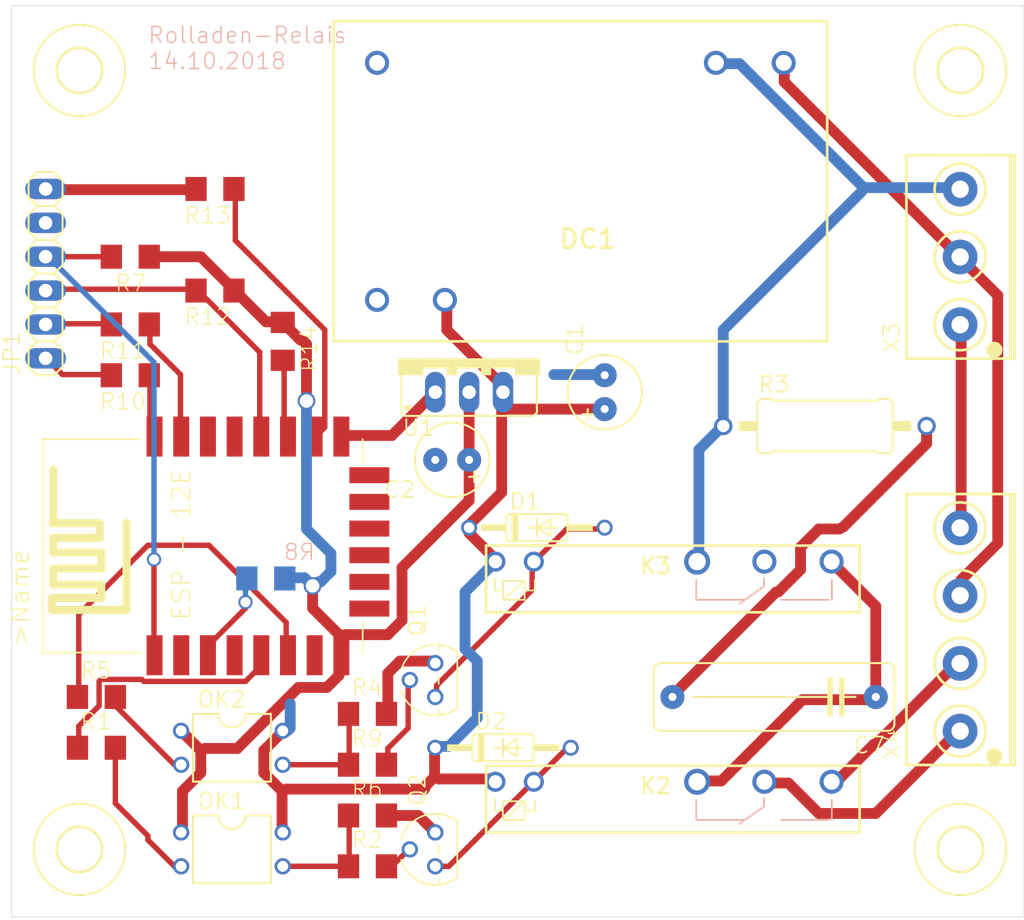
<source format=kicad_pcb>
(kicad_pcb (version 20171130) (host pcbnew 5.1.12-84ad8e8a86~92~ubuntu18.04.1)

  (general
    (thickness 1.6)
    (drawings 16)
    (tracks 270)
    (zones 0)
    (modules 35)
    (nets 43)
  )

  (page A4)
  (layers
    (0 Top signal)
    (31 Bottom signal)
    (32 B.Adhes user)
    (33 F.Adhes user)
    (34 B.Paste user)
    (35 F.Paste user)
    (36 B.SilkS user)
    (37 F.SilkS user)
    (38 B.Mask user)
    (39 F.Mask user)
    (40 Dwgs.User user)
    (41 Cmts.User user)
    (42 Eco1.User user)
    (43 Eco2.User user)
    (44 Edge.Cuts user)
    (45 Margin user)
    (46 B.CrtYd user)
    (47 F.CrtYd user)
    (48 B.Fab user)
    (49 F.Fab user)
  )

  (setup
    (last_trace_width 0.25)
    (trace_clearance 0.1524)
    (zone_clearance 0.508)
    (zone_45_only no)
    (trace_min 0.2)
    (via_size 0.8)
    (via_drill 0.4)
    (via_min_size 0.4)
    (via_min_drill 0.3)
    (uvia_size 0.3)
    (uvia_drill 0.1)
    (uvias_allowed no)
    (uvia_min_size 0.2)
    (uvia_min_drill 0.1)
    (edge_width 0.05)
    (segment_width 0.2)
    (pcb_text_width 0.3)
    (pcb_text_size 1.5 1.5)
    (mod_edge_width 0.12)
    (mod_text_size 1 1)
    (mod_text_width 0.15)
    (pad_size 1.524 1.524)
    (pad_drill 0.762)
    (pad_to_mask_clearance 0)
    (aux_axis_origin 0 0)
    (visible_elements FFFFFF7F)
    (pcbplotparams
      (layerselection 0x010fc_ffffffff)
      (usegerberextensions false)
      (usegerberattributes true)
      (usegerberadvancedattributes true)
      (creategerberjobfile true)
      (excludeedgelayer true)
      (linewidth 0.100000)
      (plotframeref false)
      (viasonmask false)
      (mode 1)
      (useauxorigin false)
      (hpglpennumber 1)
      (hpglpenspeed 20)
      (hpglpendiameter 15.000000)
      (psnegative false)
      (psa4output false)
      (plotreference true)
      (plotvalue true)
      (plotinvisibletext false)
      (padsonsilk false)
      (subtractmaskfromsilk false)
      (outputformat 1)
      (mirror false)
      (drillshape 1)
      (scaleselection 1)
      (outputdirectory ""))
  )

  (net 0 "")
  (net 1 GND)
  (net 2 +5V)
  (net 3 +3V3)
  (net 4 "Net-(OK2-Pad3)")
  (net 5 "Net-(Q1-Pad2)")
  (net 6 "Net-(D1-PadA)")
  (net 7 "Net-(OK1-Pad3)")
  (net 8 "Net-(Q2-Pad2)")
  (net 9 "Net-(D2-PadA)")
  (net 10 /L1)
  (net 11 /L2)
  (net 12 /PE)
  (net 13 /SW3)
  (net 14 /SW2)
  (net 15 "Net-(C7-Pad2)")
  (net 16 /SW1)
  (net 17 "Net-(U2-PadSCLK)")
  (net 18 "Net-(U2-PadCS0)")
  (net 19 "Net-(U2-PadMISO)")
  (net 20 "Net-(U2-PadGPIO9)")
  (net 21 "Net-(U2-PadGPIO10)")
  (net 22 "Net-(U2-PadMOSI)")
  (net 23 "Net-(R13-Pad1)")
  (net 24 "Net-(R14-Pad2)")
  (net 25 "Net-(JP1-Pad3)")
  (net 26 "Net-(U2-PadGPIO5)")
  (net 27 "Net-(U2-PadGPIO4)")
  (net 28 "Net-(R11-Pad1)")
  (net 29 "Net-(R10-Pad1)")
  (net 30 "Net-(U2-PadGPIO13)")
  (net 31 "Net-(R5-Pad1)")
  (net 32 "Net-(R1-Pad1)")
  (net 33 "Net-(U2-PadGPIO16)")
  (net 34 "Net-(R8-Pad2)")
  (net 35 "Net-(U2-PadADC)")
  (net 36 "Net-(JP1-Pad4)")
  (net 37 "Net-(OK1-Pad2)")
  (net 38 "Net-(OK2-Pad2)")
  (net 39 "Net-(JP1-Pad5)")
  (net 40 "Net-(JP1-Pad2)")
  (net 41 "Net-(JP1-Pad1)")
  (net 42 "Net-(K3-Pad11)")

  (net_class Default "This is the default net class."
    (clearance 0.1524)
    (trace_width 0.25)
    (via_dia 0.8)
    (via_drill 0.4)
    (uvia_dia 0.3)
    (uvia_drill 0.1)
    (add_net +3V3)
    (add_net +5V)
    (add_net /L1)
    (add_net /L2)
    (add_net /PE)
    (add_net /SW1)
    (add_net /SW2)
    (add_net /SW3)
    (add_net GND)
    (add_net "Net-(C7-Pad2)")
    (add_net "Net-(D1-PadA)")
    (add_net "Net-(D2-PadA)")
    (add_net "Net-(JP1-Pad1)")
    (add_net "Net-(JP1-Pad2)")
    (add_net "Net-(JP1-Pad3)")
    (add_net "Net-(JP1-Pad4)")
    (add_net "Net-(JP1-Pad5)")
    (add_net "Net-(K3-Pad11)")
    (add_net "Net-(OK1-Pad2)")
    (add_net "Net-(OK1-Pad3)")
    (add_net "Net-(OK2-Pad2)")
    (add_net "Net-(OK2-Pad3)")
    (add_net "Net-(Q1-Pad2)")
    (add_net "Net-(Q2-Pad2)")
    (add_net "Net-(R1-Pad1)")
    (add_net "Net-(R10-Pad1)")
    (add_net "Net-(R11-Pad1)")
    (add_net "Net-(R13-Pad1)")
    (add_net "Net-(R14-Pad2)")
    (add_net "Net-(R5-Pad1)")
    (add_net "Net-(R8-Pad2)")
    (add_net "Net-(U2-PadADC)")
    (add_net "Net-(U2-PadCS0)")
    (add_net "Net-(U2-PadGPIO10)")
    (add_net "Net-(U2-PadGPIO13)")
    (add_net "Net-(U2-PadGPIO16)")
    (add_net "Net-(U2-PadGPIO4)")
    (add_net "Net-(U2-PadGPIO5)")
    (add_net "Net-(U2-PadGPIO9)")
    (add_net "Net-(U2-PadMISO)")
    (add_net "Net-(U2-PadMOSI)")
    (add_net "Net-(U2-PadSCLK)")
  )

  (module rolladen_relais:3,2 (layer Top) (tedit 0) (tstamp 63261ADF)
    (at 115.6461 134.0986)
    (descr "<b>MOUNTING HOLE</b> 3.2 mm with drill center")
    (path /54E7B095)
    (fp_text reference H1 (at 0 0) (layer F.SilkS) hide
      (effects (font (size 1.27 1.27) (thickness 0.15)))
    )
    (fp_text value MOUNT-HOLE3.2 (at 0 0) (layer F.SilkS) hide
      (effects (font (size 1.27 1.27) (thickness 0.15)))
    )
    (fp_circle (center 0 0) (end 1.7 0) (layer F.SilkS) (width 0.2032))
    (fp_circle (center 0 0) (end 3.048 0) (layer Dwgs.User) (width 2.032))
    (fp_circle (center 0 0) (end 3.048 0) (layer Dwgs.User) (width 2.032))
    (fp_circle (center 0 0) (end 3.048 0) (layer Dwgs.User) (width 2.032))
    (fp_circle (center 0 0) (end 3.048 0) (layer Dwgs.User) (width 2.032))
    (fp_circle (center 0 0) (end 3.048 0) (layer Dwgs.User) (width 2.032))
    (fp_circle (center 0 0) (end 0.762 0) (layer F.Fab) (width 0.4572))
    (fp_circle (center 0 0) (end 3.429 0) (layer F.SilkS) (width 0.1524))
    (fp_arc (start 0 0) (end 0 -2.159) (angle 90) (layer F.Fab) (width 2.4892))
    (fp_arc (start 0 0) (end -2.159 0) (angle -90) (layer F.Fab) (width 2.4892))
    (pad "" np_thru_hole circle (at 0 0) (size 3.2 3.2) (drill 3.2) (layers *.Cu *.Mask))
  )

  (module rolladen_relais:3,2 (layer Top) (tedit 0) (tstamp 63261AED)
    (at 181.6861 134.0986)
    (descr "<b>MOUNTING HOLE</b> 3.2 mm with drill center")
    (path /FFEB2954)
    (fp_text reference H2 (at 0 0) (layer F.SilkS) hide
      (effects (font (size 1.27 1.27) (thickness 0.15)))
    )
    (fp_text value MOUNT-HOLE3.2 (at 0 0) (layer F.SilkS) hide
      (effects (font (size 1.27 1.27) (thickness 0.15)))
    )
    (fp_circle (center 0 0) (end 1.7 0) (layer F.SilkS) (width 0.2032))
    (fp_circle (center 0 0) (end 3.048 0) (layer Dwgs.User) (width 2.032))
    (fp_circle (center 0 0) (end 3.048 0) (layer Dwgs.User) (width 2.032))
    (fp_circle (center 0 0) (end 3.048 0) (layer Dwgs.User) (width 2.032))
    (fp_circle (center 0 0) (end 3.048 0) (layer Dwgs.User) (width 2.032))
    (fp_circle (center 0 0) (end 3.048 0) (layer Dwgs.User) (width 2.032))
    (fp_circle (center 0 0) (end 0.762 0) (layer F.Fab) (width 0.4572))
    (fp_circle (center 0 0) (end 3.429 0) (layer F.SilkS) (width 0.1524))
    (fp_arc (start 0 0) (end 0 -2.159) (angle 90) (layer F.Fab) (width 2.4892))
    (fp_arc (start 0 0) (end -2.159 0) (angle -90) (layer F.Fab) (width 2.4892))
    (pad "" np_thru_hole circle (at 0 0) (size 3.2 3.2) (drill 3.2) (layers *.Cu *.Mask))
  )

  (module rolladen_relais:3,2 (layer Top) (tedit 0) (tstamp 63261AFB)
    (at 115.6461 75.6786)
    (descr "<b>MOUNTING HOLE</b> 3.2 mm with drill center")
    (path /CAE5E1D2)
    (fp_text reference H3 (at 0 0) (layer F.SilkS) hide
      (effects (font (size 1.27 1.27) (thickness 0.15)))
    )
    (fp_text value MOUNT-HOLE3.2 (at 0 0) (layer F.SilkS) hide
      (effects (font (size 1.27 1.27) (thickness 0.15)))
    )
    (fp_circle (center 0 0) (end 1.7 0) (layer F.SilkS) (width 0.2032))
    (fp_circle (center 0 0) (end 3.048 0) (layer Dwgs.User) (width 2.032))
    (fp_circle (center 0 0) (end 3.048 0) (layer Dwgs.User) (width 2.032))
    (fp_circle (center 0 0) (end 3.048 0) (layer Dwgs.User) (width 2.032))
    (fp_circle (center 0 0) (end 3.048 0) (layer Dwgs.User) (width 2.032))
    (fp_circle (center 0 0) (end 3.048 0) (layer Dwgs.User) (width 2.032))
    (fp_circle (center 0 0) (end 0.762 0) (layer F.Fab) (width 0.4572))
    (fp_circle (center 0 0) (end 3.429 0) (layer F.SilkS) (width 0.1524))
    (fp_arc (start 0 0) (end 0 -2.159) (angle 90) (layer F.Fab) (width 2.4892))
    (fp_arc (start 0 0) (end -2.159 0) (angle -90) (layer F.Fab) (width 2.4892))
    (pad "" np_thru_hole circle (at 0 0) (size 3.2 3.2) (drill 3.2) (layers *.Cu *.Mask))
  )

  (module rolladen_relais:3,2 (layer Top) (tedit 0) (tstamp 63261B09)
    (at 181.6861 75.6786)
    (descr "<b>MOUNTING HOLE</b> 3.2 mm with drill center")
    (path /8E35FD77)
    (fp_text reference H4 (at 0 0) (layer F.SilkS) hide
      (effects (font (size 1.27 1.27) (thickness 0.15)))
    )
    (fp_text value MOUNT-HOLE3.2 (at 0 0) (layer F.SilkS) hide
      (effects (font (size 1.27 1.27) (thickness 0.15)))
    )
    (fp_circle (center 0 0) (end 1.7 0) (layer F.SilkS) (width 0.2032))
    (fp_circle (center 0 0) (end 3.048 0) (layer Dwgs.User) (width 2.032))
    (fp_circle (center 0 0) (end 3.048 0) (layer Dwgs.User) (width 2.032))
    (fp_circle (center 0 0) (end 3.048 0) (layer Dwgs.User) (width 2.032))
    (fp_circle (center 0 0) (end 3.048 0) (layer Dwgs.User) (width 2.032))
    (fp_circle (center 0 0) (end 3.048 0) (layer Dwgs.User) (width 2.032))
    (fp_circle (center 0 0) (end 0.762 0) (layer F.Fab) (width 0.4572))
    (fp_circle (center 0 0) (end 3.429 0) (layer F.SilkS) (width 0.1524))
    (fp_arc (start 0 0) (end 0 -2.159) (angle 90) (layer F.Fab) (width 2.4892))
    (fp_arc (start 0 0) (end -2.159 0) (angle -90) (layer F.Fab) (width 2.4892))
    (pad "" np_thru_hole circle (at 0 0) (size 3.2 3.2) (drill 3.2) (layers *.Cu *.Mask))
  )

  (module rolladen_relais:R1206 (layer Top) (tedit 0) (tstamp 63261B17)
    (at 137.2361 127.7486)
    (descr <b>RESISTOR</b>)
    (path /542807F7)
    (fp_text reference R9 (at -1.27 -1.27) (layer F.SilkS)
      (effects (font (size 1.2065 1.2065) (thickness 0.1016)) (justify left bottom))
    )
    (fp_text value 510R (at -1.27 2.54) (layer F.Fab)
      (effects (font (size 1.2065 1.2065) (thickness 0.1016)) (justify left bottom))
    )
    (fp_poly (pts (xy -0.3 0.7) (xy 0.3 0.7) (xy 0.3 -0.7) (xy -0.3 -0.7)) (layer F.Adhes) (width 0))
    (fp_poly (pts (xy 0.9525 0.8763) (xy 1.6891 0.8763) (xy 1.6891 -0.8763) (xy 0.9525 -0.8763)) (layer F.Fab) (width 0))
    (fp_poly (pts (xy -1.6891 0.8763) (xy -0.9525 0.8763) (xy -0.9525 -0.8763) (xy -1.6891 -0.8763)) (layer F.Fab) (width 0))
    (fp_line (start -2.473 0.983) (end -2.473 -0.983) (layer Dwgs.User) (width 0.0508))
    (fp_line (start 2.473 0.983) (end -2.473 0.983) (layer Dwgs.User) (width 0.0508))
    (fp_line (start 2.473 -0.983) (end 2.473 0.983) (layer Dwgs.User) (width 0.0508))
    (fp_line (start -2.473 -0.983) (end 2.473 -0.983) (layer Dwgs.User) (width 0.0508))
    (fp_line (start 0.9525 -0.8128) (end -0.9652 -0.8128) (layer F.Fab) (width 0.1524))
    (fp_line (start 0.9525 0.8128) (end -0.9652 0.8128) (layer F.Fab) (width 0.1524))
    (pad 1 smd rect (at -1.422 0) (size 1.6 1.803) (layers Top F.Paste F.Mask)
      (net 4 "Net-(OK2-Pad3)"))
    (pad 2 smd rect (at 1.422 0) (size 1.6 1.803) (layers Top F.Paste F.Mask)
      (net 5 "Net-(Q1-Pad2)"))
  )

  (module rolladen_relais:1N4148-DO35_4 (layer Top) (tedit 0) (tstamp 63261B25)
    (at 149.9361 109.9686)
    (descr "<B>DIODE</B><p>\ndiameter 2 mm, horizontal, grid 10.16 mm")
    (path /8A755ED4)
    (fp_text reference D1 (at -2.159 -1.27) (layer F.SilkS)
      (effects (font (size 1.2065 1.2065) (thickness 0.127)) (justify left bottom))
    )
    (fp_text value 1N4148 (at -2.159 2.667) (layer F.Fab)
      (effects (font (size 1.2065 1.2065) (thickness 0.127)) (justify left bottom))
    )
    (fp_poly (pts (xy -4.191 0.254) (xy -2.286 0.254) (xy -2.286 -0.254) (xy -4.191 -0.254)) (layer F.SilkS) (width 0))
    (fp_poly (pts (xy 2.286 0.254) (xy 4.191 0.254) (xy 4.191 -0.254) (xy 2.286 -0.254)) (layer F.SilkS) (width 0))
    (fp_poly (pts (xy -1.905 1.016) (xy -1.397 1.016) (xy -1.397 -1.016) (xy -1.905 -1.016)) (layer F.SilkS) (width 0))
    (fp_line (start -2.032 1.016) (end 2.032 1.016) (layer F.SilkS) (width 0.1524))
    (fp_line (start -2.032 -1.016) (end 2.032 -1.016) (layer F.SilkS) (width 0.1524))
    (fp_line (start -2.286 -0.762) (end -2.286 0.762) (layer F.SilkS) (width 0.1524))
    (fp_line (start 2.286 0.762) (end 2.286 -0.762) (layer F.SilkS) (width 0.1524))
    (fp_arc (start 2.032 0.762) (end 2.032 1.016) (angle -90) (layer F.SilkS) (width 0.1524))
    (fp_arc (start -2.032 0.762) (end -2.286 0.762) (angle -90) (layer F.SilkS) (width 0.1524))
    (fp_arc (start -2.032 -0.762) (end -2.286 -0.762) (angle 90) (layer F.SilkS) (width 0.1524))
    (fp_arc (start 2.032 -0.762) (end 2.032 -1.016) (angle 90) (layer F.SilkS) (width 0.1524))
    (fp_line (start 0 0) (end 0 0.635) (layer F.SilkS) (width 0.1524))
    (fp_line (start 0 -0.635) (end 0 0) (layer F.SilkS) (width 0.1524))
    (fp_line (start 0 0) (end 1.016 -0.635) (layer F.SilkS) (width 0.1524))
    (fp_line (start 0 0) (end 1.524 0) (layer F.SilkS) (width 0.1524))
    (fp_line (start 1.016 0.635) (end 0 0) (layer F.SilkS) (width 0.1524))
    (fp_line (start 1.016 -0.635) (end 1.016 0.635) (layer F.SilkS) (width 0.1524))
    (fp_line (start -0.635 0) (end 0 0) (layer F.SilkS) (width 0.1524))
    (fp_line (start -5.08 0) (end -4.191 0) (layer F.Fab) (width 0.508))
    (fp_line (start 5.08 0) (end 4.191 0) (layer F.Fab) (width 0.508))
    (pad A thru_hole circle (at 5.08 0) (size 1.2 1.2) (drill 0.8) (layers *.Cu *.Mask)
      (net 6 "Net-(D1-PadA)"))
    (pad K thru_hole circle (at -5.08 0) (size 1.2 1.2) (drill 0.8) (layers *.Cu *.Mask)
      (net 2 +5V))
  )

  (module rolladen_relais:R1206 (layer Top) (tedit 0) (tstamp 63261B3E)
    (at 137.2361 135.3686)
    (descr <b>RESISTOR</b>)
    (path /8876AAE0)
    (fp_text reference R2 (at -1.27 -1.27) (layer F.SilkS)
      (effects (font (size 1.2065 1.2065) (thickness 0.1016)) (justify left bottom))
    )
    (fp_text value 510R (at -1.27 2.54) (layer F.Fab)
      (effects (font (size 1.2065 1.2065) (thickness 0.1016)) (justify left bottom))
    )
    (fp_poly (pts (xy -0.3 0.7) (xy 0.3 0.7) (xy 0.3 -0.7) (xy -0.3 -0.7)) (layer F.Adhes) (width 0))
    (fp_poly (pts (xy 0.9525 0.8763) (xy 1.6891 0.8763) (xy 1.6891 -0.8763) (xy 0.9525 -0.8763)) (layer F.Fab) (width 0))
    (fp_poly (pts (xy -1.6891 0.8763) (xy -0.9525 0.8763) (xy -0.9525 -0.8763) (xy -1.6891 -0.8763)) (layer F.Fab) (width 0))
    (fp_line (start -2.473 0.983) (end -2.473 -0.983) (layer Dwgs.User) (width 0.0508))
    (fp_line (start 2.473 0.983) (end -2.473 0.983) (layer Dwgs.User) (width 0.0508))
    (fp_line (start 2.473 -0.983) (end 2.473 0.983) (layer Dwgs.User) (width 0.0508))
    (fp_line (start -2.473 -0.983) (end 2.473 -0.983) (layer Dwgs.User) (width 0.0508))
    (fp_line (start 0.9525 -0.8128) (end -0.9652 -0.8128) (layer F.Fab) (width 0.1524))
    (fp_line (start 0.9525 0.8128) (end -0.9652 0.8128) (layer F.Fab) (width 0.1524))
    (pad 1 smd rect (at -1.422 0) (size 1.6 1.803) (layers Top F.Paste F.Mask)
      (net 7 "Net-(OK1-Pad3)"))
    (pad 2 smd rect (at 1.422 0) (size 1.6 1.803) (layers Top F.Paste F.Mask)
      (net 8 "Net-(Q2-Pad2)"))
  )

  (module rolladen_relais:1N4148-DO35_4 (layer Top) (tedit 0) (tstamp 63261B4C)
    (at 147.3961 126.4786)
    (descr "<B>DIODE</B><p>\ndiameter 2 mm, horizontal, grid 10.16 mm")
    (path /2726CE93)
    (fp_text reference D2 (at -2.159 -1.27) (layer F.SilkS)
      (effects (font (size 1.2065 1.2065) (thickness 0.127)) (justify left bottom))
    )
    (fp_text value 1N4148 (at -2.159 2.667) (layer F.Fab)
      (effects (font (size 1.2065 1.2065) (thickness 0.127)) (justify left bottom))
    )
    (fp_poly (pts (xy -4.191 0.254) (xy -2.286 0.254) (xy -2.286 -0.254) (xy -4.191 -0.254)) (layer F.SilkS) (width 0))
    (fp_poly (pts (xy 2.286 0.254) (xy 4.191 0.254) (xy 4.191 -0.254) (xy 2.286 -0.254)) (layer F.SilkS) (width 0))
    (fp_poly (pts (xy -1.905 1.016) (xy -1.397 1.016) (xy -1.397 -1.016) (xy -1.905 -1.016)) (layer F.SilkS) (width 0))
    (fp_line (start -2.032 1.016) (end 2.032 1.016) (layer F.SilkS) (width 0.1524))
    (fp_line (start -2.032 -1.016) (end 2.032 -1.016) (layer F.SilkS) (width 0.1524))
    (fp_line (start -2.286 -0.762) (end -2.286 0.762) (layer F.SilkS) (width 0.1524))
    (fp_line (start 2.286 0.762) (end 2.286 -0.762) (layer F.SilkS) (width 0.1524))
    (fp_arc (start 2.032 0.762) (end 2.032 1.016) (angle -90) (layer F.SilkS) (width 0.1524))
    (fp_arc (start -2.032 0.762) (end -2.286 0.762) (angle -90) (layer F.SilkS) (width 0.1524))
    (fp_arc (start -2.032 -0.762) (end -2.286 -0.762) (angle 90) (layer F.SilkS) (width 0.1524))
    (fp_arc (start 2.032 -0.762) (end 2.032 -1.016) (angle 90) (layer F.SilkS) (width 0.1524))
    (fp_line (start 0 0) (end 0 0.635) (layer F.SilkS) (width 0.1524))
    (fp_line (start 0 -0.635) (end 0 0) (layer F.SilkS) (width 0.1524))
    (fp_line (start 0 0) (end 1.016 -0.635) (layer F.SilkS) (width 0.1524))
    (fp_line (start 0 0) (end 1.524 0) (layer F.SilkS) (width 0.1524))
    (fp_line (start 1.016 0.635) (end 0 0) (layer F.SilkS) (width 0.1524))
    (fp_line (start 1.016 -0.635) (end 1.016 0.635) (layer F.SilkS) (width 0.1524))
    (fp_line (start -0.635 0) (end 0 0) (layer F.SilkS) (width 0.1524))
    (fp_line (start -5.08 0) (end -4.191 0) (layer F.Fab) (width 0.508))
    (fp_line (start 5.08 0) (end 4.191 0) (layer F.Fab) (width 0.508))
    (pad A thru_hole circle (at 5.08 0) (size 1.2 1.2) (drill 0.8) (layers *.Cu *.Mask)
      (net 9 "Net-(D2-PadA)"))
    (pad K thru_hole circle (at -5.08 0) (size 1.2 1.2) (drill 0.8) (layers *.Cu *.Mask)
      (net 2 +5V))
  )

  (module rolladen_relais:MKDSN1,5_3-5,08 (layer Top) (tedit 0) (tstamp 63261B65)
    (at 181.6861 87.1086 90)
    (descr "<b>MKDSN 1,5/ 3-5,08</b> Printklemme<p>\nNennstrom: 13,5 A<br>\nNennspannung: 250 V<br>\nRastermaß: 5,08 mm<br>\nPolzahl: 3<br>\nAnschlussart: Schraubanschluss<br>\nMontage: Löten<br>\nAnschlussrichtung Leiter/Platine: 0 °<br>\nArtikelnummer: 1729131<br>\nSource: http://eshop.phoenixcontact.com .. 1729131.pdf")
    (path /03A3F618)
    (fp_text reference X3 (at -9.8311 -4.445 90) (layer F.SilkS)
      (effects (font (size 1.2065 1.2065) (thickness 0.1016)) (justify left bottom))
    )
    (fp_text value MKDSN1,5_3-5,08 (at -3.81 -4.445 90) (layer F.Fab)
      (effects (font (size 1.2065 1.2065) (thickness 0.1016)) (justify left bottom))
    )
    (fp_circle (center -9.525 2.54) (end -9.2202 2.54) (layer F.SilkS) (width 0.6096))
    (fp_circle (center 2.5189 -0.025) (end 4.4339 -0.025) (layer F.SilkS) (width 0.2032))
    (fp_circle (center -2.5611 -0.025) (end -0.6461 -0.025) (layer F.SilkS) (width 0.2032))
    (fp_circle (center -7.6411 -0.025) (end -5.7261 -0.025) (layer F.SilkS) (width 0.2032))
    (fp_arc (start -7.641082 0) (end -7.0111 -0.16) (angle -65.201851) (layer F.Fab) (width 0.2032))
    (fp_arc (start 2.518899 0.000017) (end 1.8799 0.119) (angle -65.201851) (layer F.Fab) (width 0.2032))
    (fp_arc (start -2.561082 0) (end -1.9311 -0.16) (angle -65.201851) (layer F.Fab) (width 0.2032))
    (fp_arc (start 2.518917 0) (end 3.1489 -0.16) (angle -65.201851) (layer F.Fab) (width 0.2032))
    (fp_arc (start -2.5611 0.000017) (end -3.2001 0.119) (angle -65.201851) (layer F.Fab) (width 0.2032))
    (fp_arc (start -7.6411 0.000017) (end -8.2801 0.119) (angle -65.201851) (layer F.Fab) (width 0.2032))
    (fp_line (start 5.0589 3.75) (end 5.0589 4.05) (layer F.SilkS) (width 0.2032))
    (fp_line (start -10.1811 3.75) (end -10.1811 4.05) (layer F.SilkS) (width 0.2032))
    (fp_line (start 5.0589 3.75) (end -10.1811 3.75) (layer F.SilkS) (width 0.2032))
    (fp_line (start -10.1811 -2.5243) (end -10.1811 -4.05) (layer F.SilkS) (width 0.2032))
    (fp_line (start -10.1811 -4.05) (end 5.0589 -4.05) (layer F.SilkS) (width 0.2032))
    (fp_line (start 5.0589 3.75) (end 5.0589 3.1279) (layer F.SilkS) (width 0.2032))
    (fp_line (start -10.1811 3.75) (end -10.1811 3.327) (layer F.SilkS) (width 0.2032))
    (fp_line (start 5.0589 -2.5243) (end 5.0589 -4.05) (layer F.SilkS) (width 0.2032))
    (fp_line (start 5.0589 -2.5243) (end 5.0589 -2.0413) (layer F.SilkS) (width 0.2032))
    (fp_line (start 5.0589 1.9555) (end 5.0589 -2.0413) (layer F.SilkS) (width 0.2032))
    (fp_line (start 5.0589 3.1279) (end 5.0589 2.4479) (layer F.SilkS) (width 0.2032))
    (fp_line (start -6.0731 -1.098) (end -7.0111 -0.16) (layer F.Fab) (width 0.2032))
    (fp_line (start -7.5221 -0.639) (end -6.5681 -1.593) (layer F.Fab) (width 0.2032))
    (fp_line (start -7.6411 -0.52) (end -7.5221 -0.639) (layer F.Fab) (width 0.2032))
    (fp_line (start -7.0111 -0.16) (end -7.6411 0.47) (layer F.Fab) (width 0.2032))
    (fp_line (start 2.5189 0.47) (end 2.3589 0.63) (layer F.Fab) (width 0.2032))
    (fp_line (start 3.1489 -0.16) (end 2.5189 0.47) (layer F.Fab) (width 0.2032))
    (fp_line (start -2.5611 -0.52) (end -2.4421 -0.639) (layer F.Fab) (width 0.2032))
    (fp_line (start -1.9311 -0.16) (end -2.5611 0.47) (layer F.Fab) (width 0.2032))
    (fp_line (start 1.8799 0.119) (end 2.5189 -0.52) (layer F.Fab) (width 0.2032))
    (fp_line (start 2.5189 -0.52) (end 2.6379 -0.639) (layer F.Fab) (width 0.2032))
    (fp_line (start 2.6379 -0.639) (end 3.5919 -1.593) (layer F.Fab) (width 0.2032))
    (fp_line (start -2.4421 -0.639) (end -1.4881 -1.593) (layer F.Fab) (width 0.2032))
    (fp_line (start 4.0869 -1.098) (end 3.1489 -0.16) (layer F.Fab) (width 0.2032))
    (fp_line (start -0.9931 -1.098) (end -1.9311 -0.16) (layer F.Fab) (width 0.2032))
    (fp_line (start -2.5611 0.47) (end -2.7211 0.63) (layer F.Fab) (width 0.2032))
    (fp_line (start -3.2001 0.119) (end -2.5611 -0.52) (layer F.Fab) (width 0.2032))
    (fp_line (start 2.3589 0.63) (end 1.4459 1.543) (layer F.Fab) (width 0.2032))
    (fp_line (start 0.9509 1.048) (end 1.8799 0.119) (layer F.Fab) (width 0.2032))
    (fp_line (start -2.7211 0.63) (end -3.6341 1.543) (layer F.Fab) (width 0.2032))
    (fp_line (start 5.0589 1.9555) (end 5.0589 2.4479) (layer F.SilkS) (width 0.2032))
    (fp_line (start -4.1291 1.048) (end -3.2001 0.119) (layer F.Fab) (width 0.2032))
    (fp_line (start -9.2091 1.048) (end -8.2801 0.119) (layer F.Fab) (width 0.2032))
    (fp_line (start -8.2801 0.119) (end -7.6411 -0.52) (layer F.Fab) (width 0.2032))
    (fp_line (start -7.6411 0.47) (end -7.8011 0.63) (layer F.Fab) (width 0.2032))
    (fp_line (start -10.1811 1.9555) (end -10.1811 -2.0413) (layer F.SilkS) (width 0.2032))
    (fp_line (start -10.1811 -2.5243) (end -10.1811 -2.0413) (layer F.SilkS) (width 0.2032))
    (fp_line (start -10.1811 2.913) (end -10.1811 2.4479) (layer F.SilkS) (width 0.2032))
    (fp_line (start -10.1811 3.327) (end -10.1811 3.1279) (layer F.SilkS) (width 0.2032))
    (fp_line (start -10.1811 3.1279) (end -10.1811 2.913) (layer F.SilkS) (width 0.2032))
    (fp_line (start -10.1811 1.9555) (end -10.1811 2.4479) (layer F.SilkS) (width 0.2032))
    (fp_line (start -7.8011 0.63) (end -8.7141 1.543) (layer F.Fab) (width 0.2032))
    (fp_line (start -10.1811 4.05) (end 5.0589 4.05) (layer F.SilkS) (width 0.2032))
    (pad 3 thru_hole circle (at 2.5189 -0.025 90) (size 2.6 2.6) (drill 1.3) (layers *.Cu *.Mask)
      (net 10 /L1))
    (pad 2 thru_hole circle (at -2.5611 -0.025 90) (size 2.6 2.6) (drill 1.3) (layers *.Cu *.Mask)
      (net 11 /L2))
    (pad 1 thru_hole circle (at -7.6411 -0.025 90) (size 2.6 2.6) (drill 1.3) (layers *.Cu *.Mask)
      (net 12 /PE))
  )

  (module rolladen_relais:MKDSN1,5_4-5,08 (layer Top) (tedit 0) (tstamp 63261BA0)
    (at 181.6861 117.5886 90)
    (descr "<b>MKDSN 1,5/ 4-5,08</b> Printklemme<p>\nNennstrom: 13,5 A<br>\nNennspannung: 250 V<br>\nRastermaß: 5,08 mm<br>\nPolzahl: 4<br>\nAnschlussart: Schraubanschluss<br>\nMontage: Löten<br>\nAnschlussrichtung Leiter/Platine: 0 °<br>\nArtikelnummer: 1729144<br>\nSource: http://eshop.phoenixcontact.com .. 1729144.pdf")
    (path /16444AAD)
    (fp_text reference X4 (at -9.8311 -4.445 90) (layer F.SilkS)
      (effects (font (size 1.2065 1.2065) (thickness 0.1016)) (justify left bottom))
    )
    (fp_text value MKDSN1,5_4-5,08 (at -2.54 -4.445 90) (layer F.Fab)
      (effects (font (size 1.2065 1.2065) (thickness 0.1016)) (justify left bottom))
    )
    (fp_circle (center -9.525 2.54) (end -9.2202 2.54) (layer F.SilkS) (width 0.6096))
    (fp_circle (center 7.5989 -0.025) (end 9.5139 -0.025) (layer F.SilkS) (width 0.2032))
    (fp_circle (center 2.5189 -0.025) (end 4.4339 -0.025) (layer F.SilkS) (width 0.2032))
    (fp_circle (center -2.5611 -0.025) (end -0.6461 -0.025) (layer F.SilkS) (width 0.2032))
    (fp_circle (center -7.6411 -0.025) (end -5.7261 -0.025) (layer F.SilkS) (width 0.2032))
    (fp_arc (start -7.641082 0) (end -7.0111 -0.16) (angle -65.201851) (layer F.Fab) (width 0.2032))
    (fp_arc (start 7.598899 0.000017) (end 6.9599 0.119) (angle -65.201851) (layer F.Fab) (width 0.2032))
    (fp_arc (start 2.518899 0.000017) (end 1.8799 0.119) (angle -65.201851) (layer F.Fab) (width 0.2032))
    (fp_arc (start -2.561082 0) (end -1.9311 -0.16) (angle -65.201851) (layer F.Fab) (width 0.2032))
    (fp_arc (start 2.518917 0) (end 3.1489 -0.16) (angle -65.201851) (layer F.Fab) (width 0.2032))
    (fp_arc (start 7.598917 0) (end 8.2289 -0.16) (angle -65.201851) (layer F.Fab) (width 0.2032))
    (fp_arc (start -2.5611 0.000017) (end -3.2001 0.119) (angle -65.201851) (layer F.Fab) (width 0.2032))
    (fp_arc (start -7.6411 0.000017) (end -8.2801 0.119) (angle -65.201851) (layer F.Fab) (width 0.2032))
    (fp_line (start 10.1389 3.75) (end 10.1389 4.05) (layer F.SilkS) (width 0.2032))
    (fp_line (start -10.1811 3.75) (end -10.1811 4.05) (layer F.SilkS) (width 0.2032))
    (fp_line (start 10.1389 3.75) (end -10.1811 3.75) (layer F.SilkS) (width 0.2032))
    (fp_line (start -10.1811 -2.5243) (end -10.1811 -4.05) (layer F.SilkS) (width 0.2032))
    (fp_line (start -10.1811 -4.05) (end 10.1389 -4.05) (layer F.SilkS) (width 0.2032))
    (fp_line (start 10.1389 3.75) (end 10.1389 3.1279) (layer F.SilkS) (width 0.2032))
    (fp_line (start -10.1811 3.75) (end -10.1811 3.327) (layer F.SilkS) (width 0.2032))
    (fp_line (start 10.1389 -2.5243) (end 10.1389 -4.05) (layer F.SilkS) (width 0.2032))
    (fp_line (start 10.1389 -2.5243) (end 10.1389 -2.0413) (layer F.SilkS) (width 0.2032))
    (fp_line (start 10.1389 1.9555) (end 10.1389 -2.0413) (layer F.SilkS) (width 0.2032))
    (fp_line (start 10.1389 3.1279) (end 10.1389 2.4479) (layer F.SilkS) (width 0.2032))
    (fp_line (start -6.0731 -1.098) (end -7.0111 -0.16) (layer F.Fab) (width 0.2032))
    (fp_line (start -7.5221 -0.639) (end -6.5681 -1.593) (layer F.Fab) (width 0.2032))
    (fp_line (start -7.6411 -0.52) (end -7.5221 -0.639) (layer F.Fab) (width 0.2032))
    (fp_line (start -7.0111 -0.16) (end -7.6411 0.47) (layer F.Fab) (width 0.2032))
    (fp_line (start 7.5989 0.47) (end 7.4389 0.63) (layer F.Fab) (width 0.2032))
    (fp_line (start 2.5189 0.47) (end 2.3589 0.63) (layer F.Fab) (width 0.2032))
    (fp_line (start 3.1489 -0.16) (end 2.5189 0.47) (layer F.Fab) (width 0.2032))
    (fp_line (start 6.9599 0.119) (end 7.5989 -0.52) (layer F.Fab) (width 0.2032))
    (fp_line (start 8.2289 -0.16) (end 7.5989 0.47) (layer F.Fab) (width 0.2032))
    (fp_line (start -2.5611 -0.52) (end -2.4421 -0.639) (layer F.Fab) (width 0.2032))
    (fp_line (start -1.9311 -0.16) (end -2.5611 0.47) (layer F.Fab) (width 0.2032))
    (fp_line (start 1.8799 0.119) (end 2.5189 -0.52) (layer F.Fab) (width 0.2032))
    (fp_line (start 7.5989 -0.52) (end 7.7179 -0.639) (layer F.Fab) (width 0.2032))
    (fp_line (start 2.5189 -0.52) (end 2.6379 -0.639) (layer F.Fab) (width 0.2032))
    (fp_line (start 7.7179 -0.639) (end 8.6719 -1.593) (layer F.Fab) (width 0.2032))
    (fp_line (start 2.6379 -0.639) (end 3.5919 -1.593) (layer F.Fab) (width 0.2032))
    (fp_line (start -2.4421 -0.639) (end -1.4881 -1.593) (layer F.Fab) (width 0.2032))
    (fp_line (start 9.1669 -1.098) (end 8.2289 -0.16) (layer F.Fab) (width 0.2032))
    (fp_line (start 4.0869 -1.098) (end 3.1489 -0.16) (layer F.Fab) (width 0.2032))
    (fp_line (start -0.9931 -1.098) (end -1.9311 -0.16) (layer F.Fab) (width 0.2032))
    (fp_line (start -2.5611 0.47) (end -2.7211 0.63) (layer F.Fab) (width 0.2032))
    (fp_line (start -3.2001 0.119) (end -2.5611 -0.52) (layer F.Fab) (width 0.2032))
    (fp_line (start 7.4389 0.63) (end 6.5259 1.543) (layer F.Fab) (width 0.2032))
    (fp_line (start 6.0309 1.048) (end 6.9599 0.119) (layer F.Fab) (width 0.2032))
    (fp_line (start 2.3589 0.63) (end 1.4459 1.543) (layer F.Fab) (width 0.2032))
    (fp_line (start 0.9509 1.048) (end 1.8799 0.119) (layer F.Fab) (width 0.2032))
    (fp_line (start -2.7211 0.63) (end -3.6341 1.543) (layer F.Fab) (width 0.2032))
    (fp_line (start 10.1389 1.9555) (end 10.1389 2.4479) (layer F.SilkS) (width 0.2032))
    (fp_line (start -4.1291 1.048) (end -3.2001 0.119) (layer F.Fab) (width 0.2032))
    (fp_line (start -9.2091 1.048) (end -8.2801 0.119) (layer F.Fab) (width 0.2032))
    (fp_line (start -8.2801 0.119) (end -7.6411 -0.52) (layer F.Fab) (width 0.2032))
    (fp_line (start -7.6411 0.47) (end -7.8011 0.63) (layer F.Fab) (width 0.2032))
    (fp_line (start -10.1811 1.9555) (end -10.1811 -2.0413) (layer F.SilkS) (width 0.2032))
    (fp_line (start -10.1811 -2.5243) (end -10.1811 -2.0413) (layer F.SilkS) (width 0.2032))
    (fp_line (start -10.1811 2.913) (end -10.1811 2.4479) (layer F.SilkS) (width 0.2032))
    (fp_line (start -10.1811 3.327) (end -10.1811 3.1279) (layer F.SilkS) (width 0.2032))
    (fp_line (start -10.1811 3.1279) (end -10.1811 2.913) (layer F.SilkS) (width 0.2032))
    (fp_line (start -10.1811 1.9555) (end -10.1811 2.4479) (layer F.SilkS) (width 0.2032))
    (fp_line (start -7.8011 0.63) (end -8.7141 1.543) (layer F.Fab) (width 0.2032))
    (fp_line (start -10.1811 4.05) (end 10.1389 4.05) (layer F.SilkS) (width 0.2032))
    (pad 4 thru_hole circle (at 7.5989 -0.025 90) (size 2.6 2.6) (drill 1.3) (layers *.Cu *.Mask)
      (net 12 /PE))
    (pad 3 thru_hole circle (at 2.5189 -0.025 90) (size 2.6 2.6) (drill 1.3) (layers *.Cu *.Mask)
      (net 11 /L2))
    (pad 2 thru_hole circle (at -2.5611 -0.025 90) (size 2.6 2.6) (drill 1.3) (layers *.Cu *.Mask)
      (net 13 /SW3))
    (pad 1 thru_hole circle (at -7.6411 -0.025 90) (size 2.6 2.6) (drill 1.3) (layers *.Cu *.Mask)
      (net 14 /SW2))
  )

  (module rolladen_relais:0411_15 (layer Top) (tedit 0) (tstamp 63261BE7)
    (at 171.5261 102.3486)
    (descr "<b>RESISTOR</b><p>\ntype 0411, grid 15 mm")
    (path /9D3B2993)
    (fp_text reference R3 (at -5.08 -2.413) (layer F.SilkS)
      (effects (font (size 1.2065 1.2065) (thickness 0.127)) (justify left bottom))
    )
    (fp_text value R-EU_0411_15 (at -3.5814 0.635) (layer F.Fab)
      (effects (font (size 1.2065 1.2065) (thickness 0.127)) (justify left bottom))
    )
    (fp_poly (pts (xy -6.477 0.381) (xy -5.08 0.381) (xy -5.08 -0.381) (xy -6.477 -0.381)) (layer F.SilkS) (width 0))
    (fp_poly (pts (xy 5.08 0.381) (xy 6.477 0.381) (xy 6.477 -0.381) (xy 5.08 -0.381)) (layer F.SilkS) (width 0))
    (fp_line (start 6.35 0) (end 7.62 0) (layer F.Fab) (width 0.762))
    (fp_line (start -7.62 0) (end -6.35 0) (layer F.Fab) (width 0.762))
    (fp_line (start -4.699 2.032) (end -4.064 2.032) (layer F.SilkS) (width 0.1524))
    (fp_line (start -4.699 -2.032) (end -4.064 -2.032) (layer F.SilkS) (width 0.1524))
    (fp_line (start -5.08 -1.651) (end -5.08 1.651) (layer F.SilkS) (width 0.1524))
    (fp_line (start -3.937 1.905) (end 3.937 1.905) (layer F.SilkS) (width 0.1524))
    (fp_line (start -3.937 1.905) (end -4.064 2.032) (layer F.SilkS) (width 0.1524))
    (fp_line (start -3.937 -1.905) (end 3.937 -1.905) (layer F.SilkS) (width 0.1524))
    (fp_line (start -3.937 -1.905) (end -4.064 -2.032) (layer F.SilkS) (width 0.1524))
    (fp_line (start 3.937 1.905) (end 4.064 2.032) (layer F.SilkS) (width 0.1524))
    (fp_line (start 4.699 2.032) (end 4.064 2.032) (layer F.SilkS) (width 0.1524))
    (fp_line (start 3.937 -1.905) (end 4.064 -2.032) (layer F.SilkS) (width 0.1524))
    (fp_line (start 4.699 -2.032) (end 4.064 -2.032) (layer F.SilkS) (width 0.1524))
    (fp_arc (start -4.699 -1.651) (end -5.08 -1.651) (angle 90) (layer F.SilkS) (width 0.1524))
    (fp_arc (start 4.699 1.651) (end 4.699 2.032) (angle -90) (layer F.SilkS) (width 0.1524))
    (fp_arc (start -4.699 1.651) (end -5.08 1.651) (angle -90) (layer F.SilkS) (width 0.1524))
    (fp_arc (start 4.699 -1.651) (end 4.699 -2.032) (angle 90) (layer F.SilkS) (width 0.1524))
    (fp_line (start 5.08 1.651) (end 5.08 -1.651) (layer F.SilkS) (width 0.1524))
    (pad 2 thru_hole circle (at 7.62 0) (size 1.3716 1.3716) (drill 0.9144) (layers *.Cu *.Mask)
      (net 15 "Net-(C7-Pad2)"))
    (pad 1 thru_hole circle (at -7.62 0) (size 1.3716 1.3716) (drill 0.9144) (layers *.Cu *.Mask)
      (net 10 /L1))
  )

  (module rolladen_relais:C150-054X183 (layer Top) (tedit 0) (tstamp 63261C00)
    (at 167.7161 122.6686 180)
    (descr "<b>CAPACITOR</b><p>\ngrid 15 mm, outline 5.4 x 18.3 mm")
    (path /A3D5F203)
    (fp_text reference C7 (at -8.382 -2.921 180) (layer F.SilkS)
      (effects (font (size 1.2065 1.2065) (thickness 0.127)) (justify right top))
    )
    (fp_text value C-EUC150-025X150 (at -3.429 2.032 180) (layer F.Fab)
      (effects (font (size 1.2065 1.2065) (thickness 0.127)) (justify right top))
    )
    (fp_arc (start -8.509 -2.032) (end -9.017 -2.032) (angle 90) (layer F.SilkS) (width 0.1524))
    (fp_arc (start -8.509 2.032) (end -9.017 2.032) (angle -90) (layer F.SilkS) (width 0.1524))
    (fp_arc (start 8.509 2.032) (end 8.509 2.54) (angle -90) (layer F.SilkS) (width 0.1524))
    (fp_arc (start 8.509 -2.032) (end 8.509 -2.54) (angle 90) (layer F.SilkS) (width 0.1524))
    (fp_line (start -8.509 -2.54) (end 8.509 -2.54) (layer F.SilkS) (width 0.1524))
    (fp_line (start -9.017 2.032) (end -9.017 -2.032) (layer F.SilkS) (width 0.1524))
    (fp_line (start 8.509 2.54) (end -8.509 2.54) (layer F.SilkS) (width 0.1524))
    (fp_line (start 9.017 -2.032) (end 9.017 2.032) (layer F.SilkS) (width 0.1524))
    (fp_line (start -5.08 0) (end -6.096 0) (layer F.SilkS) (width 0.1524))
    (fp_line (start -4.191 0) (end 6.096 0) (layer F.SilkS) (width 0.1524))
    (fp_line (start -4.191 0) (end -4.191 1.27) (layer F.SilkS) (width 0.4064))
    (fp_line (start -4.191 -1.27) (end -4.191 0) (layer F.SilkS) (width 0.4064))
    (fp_line (start -5.08 0) (end -5.08 1.27) (layer F.SilkS) (width 0.4064))
    (fp_line (start -5.08 -1.27) (end -5.08 0) (layer F.SilkS) (width 0.4064))
    (pad 2 thru_hole circle (at 7.62 0 180) (size 1.8 1.8) (drill 0.6) (layers *.Cu *.Mask)
      (net 15 "Net-(C7-Pad2)"))
    (pad 1 thru_hole circle (at -7.62 0 180) (size 1.8 1.8) (drill 0.6) (layers *.Cu *.Mask)
      (net 16 /SW1))
  )

  (module rolladen_relais:TO220S (layer Top) (tedit 0) (tstamp 63261C13)
    (at 144.8561 97.2686)
    (descr "<b>VOLTAGE REGULATOR</b>")
    (path /F9562130)
    (fp_text reference U1 (at -5.08 5.9182) (layer F.SilkS)
      (effects (font (size 1.2065 1.2065) (thickness 0.127)) (justify left bottom))
    )
    (fp_text value LM1117TO220S (at -5.08 7.62) (layer F.Fab)
      (effects (font (size 1.2065 1.2065) (thickness 0.127)) (justify left bottom))
    )
    (fp_text user 3 (at 1.905 3.81) (layer F.Fab)
      (effects (font (size 1.2065 1.2065) (thickness 0.127)) (justify left bottom))
    )
    (fp_text user 2 (at -0.635 3.81) (layer F.Fab)
      (effects (font (size 1.2065 1.2065) (thickness 0.127)) (justify left bottom))
    )
    (fp_text user 1 (at -3.175 3.81) (layer F.Fab)
      (effects (font (size 1.2065 1.2065) (thickness 0.127)) (justify left bottom))
    )
    (fp_poly (pts (xy 1.651 1.27) (xy 3.429 1.27) (xy 3.429 0.762) (xy 1.651 0.762)) (layer F.Fab) (width 0))
    (fp_poly (pts (xy -0.889 1.27) (xy 0.889 1.27) (xy 0.889 0.762) (xy -0.889 0.762)) (layer F.Fab) (width 0))
    (fp_poly (pts (xy -3.429 1.27) (xy -1.651 1.27) (xy -1.651 0.762) (xy -3.429 0.762)) (layer F.Fab) (width 0))
    (fp_poly (pts (xy 3.429 1.27) (xy 5.334 1.27) (xy 5.334 0) (xy 3.429 0)) (layer F.SilkS) (width 0))
    (fp_poly (pts (xy 1.651 0.762) (xy 3.429 0.762) (xy 3.429 0) (xy 1.651 0)) (layer F.SilkS) (width 0))
    (fp_poly (pts (xy 0.889 1.27) (xy 1.651 1.27) (xy 1.651 0) (xy 0.889 0)) (layer F.SilkS) (width 0))
    (fp_poly (pts (xy -0.889 0.762) (xy 0.889 0.762) (xy 0.889 0) (xy -0.889 0)) (layer F.SilkS) (width 0))
    (fp_poly (pts (xy -1.651 1.27) (xy -0.889 1.27) (xy -0.889 0) (xy -1.651 0)) (layer F.SilkS) (width 0))
    (fp_poly (pts (xy -3.429 0.762) (xy -1.651 0.762) (xy -1.651 0) (xy -3.429 0)) (layer F.SilkS) (width 0))
    (fp_poly (pts (xy -5.334 1.27) (xy -3.429 1.27) (xy -3.429 0) (xy -5.334 0)) (layer F.SilkS) (width 0))
    (fp_line (start -5.08 4.064) (end -5.08 1.143) (layer F.SilkS) (width 0.1524))
    (fp_line (start 5.08 1.143) (end 5.08 4.064) (layer F.SilkS) (width 0.1524))
    (fp_line (start -5.08 4.064) (end -4.826 4.318) (layer F.SilkS) (width 0.1524))
    (fp_line (start 4.826 4.318) (end -4.826 4.318) (layer F.SilkS) (width 0.1524))
    (fp_line (start 4.826 4.318) (end 5.08 4.064) (layer F.SilkS) (width 0.1524))
    (fp_circle (center -4.6228 3.7084) (end -4.4958 3.7084) (layer F.SilkS) (width 0.254))
    (pad 3 thru_hole oval (at 2.54 2.54 90) (size 3.048 1.524) (drill 1.016) (layers *.Cu *.Mask)
      (net 2 +5V))
    (pad 2 thru_hole oval (at 0 2.54 90) (size 3.048 1.524) (drill 1.016) (layers *.Cu *.Mask)
      (net 3 +3V3))
    (pad 1 thru_hole oval (at -2.54 2.54 90) (size 3.048 1.524) (drill 1.016) (layers *.Cu *.Mask)
      (net 1 GND))
  )

  (module rolladen_relais:ESP12E-SMD (layer Top) (tedit 0) (tstamp 63261C2C)
    (at 127.0761 111.2386 90)
    (descr "ESP8266 Module 12E")
    (path /C2DEB937)
    (fp_text reference U2 (at 0 0 90) (layer F.SilkS) hide
      (effects (font (size 1.27 1.27) (thickness 0.15)))
    )
    (fp_text value ESP12ESMD (at 0 0 90) (layer F.SilkS) hide
      (effects (font (size 1.27 1.27) (thickness 0.15)))
    )
    (fp_line (start 7.9 9.8) (end 6.2 9.8) (layer F.SilkS) (width 0.127))
    (fp_line (start -5.8 9.8) (end -8.1 9.8) (layer F.SilkS) (width 0.127))
    (fp_text user >Name (at -7.7 -15.1 90) (layer F.SilkS)
      (effects (font (size 1.35128 1.35128) (thickness 0.113792)) (justify left bottom))
    )
    (fp_text user >Value (at -7.7 11.9 90) (layer F.Fab)
      (effects (font (size 1.35128 1.35128) (thickness 0.113792)) (justify left bottom))
    )
    (fp_text user "ESP - 12E" (at 0 -3 90) (layer F.SilkS)
      (effects (font (size 1.35128 1.35128) (thickness 0.113792)) (justify bottom))
    )
    (fp_line (start -4.9 -7.9) (end 1.6 -7.9) (layer F.SilkS) (width 0.6096))
    (fp_line (start -4.9 -8.5) (end -4.9 -7.9) (layer F.SilkS) (width 0.6096))
    (fp_line (start 1.6 -13.4) (end 5.6 -13.4) (layer F.SilkS) (width 0.6096))
    (fp_line (start 1.6 -9.9) (end 1.6 -13.4) (layer F.SilkS) (width 0.6096))
    (fp_line (start 0.5 -9.9) (end 1.6 -9.9) (layer F.SilkS) (width 0.6096))
    (fp_line (start 0.5 -13.4) (end 0.5 -9.9) (layer F.SilkS) (width 0.6096))
    (fp_line (start -0.6 -13.4) (end 0.5 -13.4) (layer F.SilkS) (width 0.6096))
    (fp_line (start -0.6 -9.8) (end -0.6 -13.4) (layer F.SilkS) (width 0.6096))
    (fp_line (start -1.8 -9.8) (end -0.6 -9.8) (layer F.SilkS) (width 0.6096))
    (fp_line (start -1.8 -13.4) (end -1.8 -9.8) (layer F.SilkS) (width 0.6096))
    (fp_line (start -3 -13.4) (end -1.8 -13.4) (layer F.SilkS) (width 0.6096))
    (fp_line (start -3 -9.8) (end -3 -13.4) (layer F.SilkS) (width 0.6096))
    (fp_line (start -4 -9.8) (end -3 -9.8) (layer F.SilkS) (width 0.6096))
    (fp_line (start -4 -13.5) (end -4 -9.8) (layer F.SilkS) (width 0.6096))
    (fp_line (start -4.9 -13.5) (end -4 -13.5) (layer F.SilkS) (width 0.6096))
    (fp_line (start -4.9 -8.6) (end -4.9 -13.5) (layer F.SilkS) (width 0.6096))
    (fp_line (start -8.1 -14.2) (end 7.9 -14.2) (layer F.SilkS) (width 0.127))
    (fp_line (start -8.1 -6.9) (end -8.1 -14.2) (layer F.SilkS) (width 0.127))
    (fp_line (start 7.9 -14.2) (end 7.9 -6.9) (layer F.SilkS) (width 0.127))
    (pad SCLK smd rect (at 5.2 10.3 180) (size 3 1.2) (layers Top F.Paste F.Mask)
      (net 17 "Net-(U2-PadSCLK)"))
    (pad CS0 smd rect (at -4.8 10.3 180) (size 3 1.2) (layers Top F.Paste F.Mask)
      (net 18 "Net-(U2-PadCS0)"))
    (pad MISO smd rect (at -2.8 10.3 180) (size 3 1.2) (layers Top F.Paste F.Mask)
      (net 19 "Net-(U2-PadMISO)"))
    (pad GPIO9 smd rect (at -0.8 10.3 180) (size 3 1.2) (layers Top F.Paste F.Mask)
      (net 20 "Net-(U2-PadGPIO9)"))
    (pad GPIO10 smd rect (at 1.2 10.3 180) (size 3 1.2) (layers Top F.Paste F.Mask)
      (net 21 "Net-(U2-PadGPIO10)"))
    (pad MOSI smd rect (at 3.2 10.3 180) (size 3 1.2) (layers Top F.Paste F.Mask)
      (net 22 "Net-(U2-PadMOSI)"))
    (pad GND smd rect (at 8.1 8.2 90) (size 3 1.2) (layers Top F.Paste F.Mask)
      (net 1 GND))
    (pad GPIO15 smd rect (at 8.1 6.2 90) (size 3 1.2) (layers Top F.Paste F.Mask)
      (net 23 "Net-(R13-Pad1)"))
    (pad GPIO2 smd rect (at 8.1 4.2 90) (size 3 1.2) (layers Top F.Paste F.Mask)
      (net 24 "Net-(R14-Pad2)"))
    (pad GPIO0 smd rect (at 8.1 2.2 90) (size 3 1.2) (layers Top F.Paste F.Mask)
      (net 25 "Net-(JP1-Pad3)"))
    (pad GPIO5 smd rect (at 8.1 -1.8 90) (size 3 1.2) (layers Top F.Paste F.Mask)
      (net 26 "Net-(U2-PadGPIO5)"))
    (pad GPIO4 smd rect (at 8.1 0.2 90) (size 3 1.2) (layers Top F.Paste F.Mask)
      (net 27 "Net-(U2-PadGPIO4)"))
    (pad RXD0 smd rect (at 8.1 -3.8 90) (size 3 1.2) (layers Top F.Paste F.Mask)
      (net 28 "Net-(R11-Pad1)"))
    (pad TXD0 smd rect (at 8.1 -5.8 90) (size 3 1.2) (layers Top F.Paste F.Mask)
      (net 29 "Net-(R10-Pad1)"))
    (pad VCC smd rect (at -8.3 8.2 90) (size 3 1.2) (layers Top F.Paste F.Mask)
      (net 3 +3V3))
    (pad GPIO13 smd rect (at -8.3 6.2 90) (size 3 1.2) (layers Top F.Paste F.Mask)
      (net 30 "Net-(U2-PadGPIO13)"))
    (pad GPIO12 smd rect (at -8.3 4.2 90) (size 3 1.2) (layers Top F.Paste F.Mask)
      (net 31 "Net-(R5-Pad1)"))
    (pad GPIO14 smd rect (at -8.3 2.2 90) (size 3 1.2) (layers Top F.Paste F.Mask)
      (net 32 "Net-(R1-Pad1)"))
    (pad GPIO16 smd rect (at -8.3 0.2 90) (size 3 1.2) (layers Top F.Paste F.Mask)
      (net 33 "Net-(U2-PadGPIO16)"))
    (pad CH_PD smd rect (at -8.3 -1.8 90) (size 3 1.2) (layers Top F.Paste F.Mask)
      (net 34 "Net-(R8-Pad2)"))
    (pad ADC smd rect (at -8.3 -3.8 90) (size 3 1.2) (layers Top F.Paste F.Mask)
      (net 35 "Net-(U2-PadADC)"))
    (pad RESET smd rect (at -8.3 -5.8 90) (size 3 1.2) (layers Top F.Paste F.Mask)
      (net 36 "Net-(JP1-Pad4)"))
  )

  (module rolladen_relais:DIL04 (layer Top) (tedit 0) (tstamp 63261C5D)
    (at 127.0761 134.0986 270)
    (descr "<b>Dual In Line Package</b>")
    (path /3915DF78)
    (fp_text reference OK1 (at -2.921 2.667) (layer F.SilkS)
      (effects (font (size 1.2065 1.2065) (thickness 0.127)) (justify left bottom))
    )
    (fp_text value PC817 (at 4.191 2.921) (layer F.Fab)
      (effects (font (size 1.2065 1.2065) (thickness 0.127)) (justify left bottom))
    )
    (fp_arc (start -2.54 0) (end -2.54 -1.016) (angle 180) (layer F.SilkS) (width 0.1524))
    (fp_line (start -2.54 2.921) (end -2.54 1.016) (layer F.SilkS) (width 0.1524))
    (fp_line (start -2.54 -2.921) (end -2.54 -1.016) (layer F.SilkS) (width 0.1524))
    (fp_line (start 2.54 -2.921) (end 2.54 2.921) (layer F.SilkS) (width 0.1524))
    (fp_line (start -2.54 2.921) (end 2.54 2.921) (layer F.SilkS) (width 0.1524))
    (fp_line (start 2.54 -2.921) (end -2.54 -2.921) (layer F.SilkS) (width 0.1524))
    (pad 4 thru_hole circle (at -1.27 -3.81) (size 1.2192 1.2192) (drill 0.8128) (layers *.Cu *.Mask)
      (net 2 +5V))
    (pad 3 thru_hole circle (at 1.27 -3.81) (size 1.2192 1.2192) (drill 0.8128) (layers *.Cu *.Mask)
      (net 7 "Net-(OK1-Pad3)"))
    (pad 2 thru_hole circle (at 1.27 3.81 180) (size 1.2192 1.2192) (drill 0.8128) (layers *.Cu *.Mask)
      (net 37 "Net-(OK1-Pad2)"))
    (pad 1 thru_hole circle (at -1.27 3.81 180) (size 1.2192 1.2192) (drill 0.8128) (layers *.Cu *.Mask)
      (net 3 +3V3))
  )

  (module rolladen_relais:DIL04 (layer Top) (tedit 0) (tstamp 63261C6A)
    (at 127.0761 126.4786 270)
    (descr "<b>Dual In Line Package</b>")
    (path /1EAA48D8)
    (fp_text reference OK2 (at -2.921 2.667) (layer F.SilkS)
      (effects (font (size 1.2065 1.2065) (thickness 0.127)) (justify left bottom))
    )
    (fp_text value PC817 (at 4.191 2.921) (layer F.Fab)
      (effects (font (size 1.2065 1.2065) (thickness 0.127)) (justify left bottom))
    )
    (fp_arc (start -2.54 0) (end -2.54 -1.016) (angle 180) (layer F.SilkS) (width 0.1524))
    (fp_line (start -2.54 2.921) (end -2.54 1.016) (layer F.SilkS) (width 0.1524))
    (fp_line (start -2.54 -2.921) (end -2.54 -1.016) (layer F.SilkS) (width 0.1524))
    (fp_line (start 2.54 -2.921) (end 2.54 2.921) (layer F.SilkS) (width 0.1524))
    (fp_line (start -2.54 2.921) (end 2.54 2.921) (layer F.SilkS) (width 0.1524))
    (fp_line (start 2.54 -2.921) (end -2.54 -2.921) (layer F.SilkS) (width 0.1524))
    (pad 4 thru_hole circle (at -1.27 -3.81) (size 1.2192 1.2192) (drill 0.8128) (layers *.Cu *.Mask)
      (net 2 +5V))
    (pad 3 thru_hole circle (at 1.27 -3.81) (size 1.2192 1.2192) (drill 0.8128) (layers *.Cu *.Mask)
      (net 4 "Net-(OK2-Pad3)"))
    (pad 2 thru_hole circle (at 1.27 3.81 180) (size 1.2192 1.2192) (drill 0.8128) (layers *.Cu *.Mask)
      (net 38 "Net-(OK2-Pad2)"))
    (pad 1 thru_hole circle (at -1.27 3.81 180) (size 1.2192 1.2192) (drill 0.8128) (layers *.Cu *.Mask)
      (net 3 +3V3))
  )

  (module rolladen_relais:R1206 (layer Top) (tedit 0) (tstamp 63261C77)
    (at 116.9161 126.4786)
    (descr <b>RESISTOR</b>)
    (path /C592A26F)
    (fp_text reference R1 (at -1.27 -1.27) (layer F.SilkS)
      (effects (font (size 1.2065 1.2065) (thickness 0.1016)) (justify left bottom))
    )
    (fp_text value 330R (at -1.27 2.54) (layer F.Fab)
      (effects (font (size 1.2065 1.2065) (thickness 0.1016)) (justify left bottom))
    )
    (fp_poly (pts (xy -0.3 0.7) (xy 0.3 0.7) (xy 0.3 -0.7) (xy -0.3 -0.7)) (layer F.Adhes) (width 0))
    (fp_poly (pts (xy 0.9525 0.8763) (xy 1.6891 0.8763) (xy 1.6891 -0.8763) (xy 0.9525 -0.8763)) (layer F.Fab) (width 0))
    (fp_poly (pts (xy -1.6891 0.8763) (xy -0.9525 0.8763) (xy -0.9525 -0.8763) (xy -1.6891 -0.8763)) (layer F.Fab) (width 0))
    (fp_line (start -2.473 0.983) (end -2.473 -0.983) (layer Dwgs.User) (width 0.0508))
    (fp_line (start 2.473 0.983) (end -2.473 0.983) (layer Dwgs.User) (width 0.0508))
    (fp_line (start 2.473 -0.983) (end 2.473 0.983) (layer Dwgs.User) (width 0.0508))
    (fp_line (start -2.473 -0.983) (end 2.473 -0.983) (layer Dwgs.User) (width 0.0508))
    (fp_line (start 0.9525 -0.8128) (end -0.9652 -0.8128) (layer F.Fab) (width 0.1524))
    (fp_line (start 0.9525 0.8128) (end -0.9652 0.8128) (layer F.Fab) (width 0.1524))
    (pad 1 smd rect (at -1.422 0) (size 1.6 1.803) (layers Top F.Paste F.Mask)
      (net 32 "Net-(R1-Pad1)"))
    (pad 2 smd rect (at 1.422 0) (size 1.6 1.803) (layers Top F.Paste F.Mask)
      (net 37 "Net-(OK1-Pad2)"))
  )

  (module rolladen_relais:R1206 (layer Top) (tedit 0) (tstamp 63261C85)
    (at 137.2361 123.9386)
    (descr <b>RESISTOR</b>)
    (path /FFAAD96E)
    (fp_text reference R4 (at -1.27 -1.27) (layer F.SilkS)
      (effects (font (size 1.2065 1.2065) (thickness 0.1016)) (justify left bottom))
    )
    (fp_text value 22K (at -1.27 2.54) (layer F.Fab)
      (effects (font (size 1.2065 1.2065) (thickness 0.1016)) (justify left bottom))
    )
    (fp_poly (pts (xy -0.3 0.7) (xy 0.3 0.7) (xy 0.3 -0.7) (xy -0.3 -0.7)) (layer F.Adhes) (width 0))
    (fp_poly (pts (xy 0.9525 0.8763) (xy 1.6891 0.8763) (xy 1.6891 -0.8763) (xy 0.9525 -0.8763)) (layer F.Fab) (width 0))
    (fp_poly (pts (xy -1.6891 0.8763) (xy -0.9525 0.8763) (xy -0.9525 -0.8763) (xy -1.6891 -0.8763)) (layer F.Fab) (width 0))
    (fp_line (start -2.473 0.983) (end -2.473 -0.983) (layer Dwgs.User) (width 0.0508))
    (fp_line (start 2.473 0.983) (end -2.473 0.983) (layer Dwgs.User) (width 0.0508))
    (fp_line (start 2.473 -0.983) (end 2.473 0.983) (layer Dwgs.User) (width 0.0508))
    (fp_line (start -2.473 -0.983) (end 2.473 -0.983) (layer Dwgs.User) (width 0.0508))
    (fp_line (start 0.9525 -0.8128) (end -0.9652 -0.8128) (layer F.Fab) (width 0.1524))
    (fp_line (start 0.9525 0.8128) (end -0.9652 0.8128) (layer F.Fab) (width 0.1524))
    (pad 1 smd rect (at -1.422 0) (size 1.6 1.803) (layers Top F.Paste F.Mask)
      (net 4 "Net-(OK2-Pad3)"))
    (pad 2 smd rect (at 1.422 0) (size 1.6 1.803) (layers Top F.Paste F.Mask)
      (net 1 GND))
  )

  (module rolladen_relais:R1206 (layer Top) (tedit 0) (tstamp 63261C93)
    (at 116.9161 122.6686)
    (descr <b>RESISTOR</b>)
    (path /7B4CBD70)
    (fp_text reference R5 (at -1.27 -1.27) (layer F.SilkS)
      (effects (font (size 1.2065 1.2065) (thickness 0.1016)) (justify left bottom))
    )
    (fp_text value 330R (at -1.27 2.54) (layer F.Fab)
      (effects (font (size 1.2065 1.2065) (thickness 0.1016)) (justify left bottom))
    )
    (fp_poly (pts (xy -0.3 0.7) (xy 0.3 0.7) (xy 0.3 -0.7) (xy -0.3 -0.7)) (layer F.Adhes) (width 0))
    (fp_poly (pts (xy 0.9525 0.8763) (xy 1.6891 0.8763) (xy 1.6891 -0.8763) (xy 0.9525 -0.8763)) (layer F.Fab) (width 0))
    (fp_poly (pts (xy -1.6891 0.8763) (xy -0.9525 0.8763) (xy -0.9525 -0.8763) (xy -1.6891 -0.8763)) (layer F.Fab) (width 0))
    (fp_line (start -2.473 0.983) (end -2.473 -0.983) (layer Dwgs.User) (width 0.0508))
    (fp_line (start 2.473 0.983) (end -2.473 0.983) (layer Dwgs.User) (width 0.0508))
    (fp_line (start 2.473 -0.983) (end 2.473 0.983) (layer Dwgs.User) (width 0.0508))
    (fp_line (start -2.473 -0.983) (end 2.473 -0.983) (layer Dwgs.User) (width 0.0508))
    (fp_line (start 0.9525 -0.8128) (end -0.9652 -0.8128) (layer F.Fab) (width 0.1524))
    (fp_line (start 0.9525 0.8128) (end -0.9652 0.8128) (layer F.Fab) (width 0.1524))
    (pad 1 smd rect (at -1.422 0) (size 1.6 1.803) (layers Top F.Paste F.Mask)
      (net 31 "Net-(R5-Pad1)"))
    (pad 2 smd rect (at 1.422 0) (size 1.6 1.803) (layers Top F.Paste F.Mask)
      (net 38 "Net-(OK2-Pad2)"))
  )

  (module rolladen_relais:R1206 (layer Top) (tedit 0) (tstamp 63261CA1)
    (at 137.2361 131.5586)
    (descr <b>RESISTOR</b>)
    (path /F19132AB)
    (fp_text reference R6 (at -1.27 -1.27) (layer F.SilkS)
      (effects (font (size 1.2065 1.2065) (thickness 0.1016)) (justify left bottom))
    )
    (fp_text value 22K (at -1.27 2.54) (layer F.Fab)
      (effects (font (size 1.2065 1.2065) (thickness 0.1016)) (justify left bottom))
    )
    (fp_poly (pts (xy -0.3 0.7) (xy 0.3 0.7) (xy 0.3 -0.7) (xy -0.3 -0.7)) (layer F.Adhes) (width 0))
    (fp_poly (pts (xy 0.9525 0.8763) (xy 1.6891 0.8763) (xy 1.6891 -0.8763) (xy 0.9525 -0.8763)) (layer F.Fab) (width 0))
    (fp_poly (pts (xy -1.6891 0.8763) (xy -0.9525 0.8763) (xy -0.9525 -0.8763) (xy -1.6891 -0.8763)) (layer F.Fab) (width 0))
    (fp_line (start -2.473 0.983) (end -2.473 -0.983) (layer Dwgs.User) (width 0.0508))
    (fp_line (start 2.473 0.983) (end -2.473 0.983) (layer Dwgs.User) (width 0.0508))
    (fp_line (start 2.473 -0.983) (end 2.473 0.983) (layer Dwgs.User) (width 0.0508))
    (fp_line (start -2.473 -0.983) (end 2.473 -0.983) (layer Dwgs.User) (width 0.0508))
    (fp_line (start 0.9525 -0.8128) (end -0.9652 -0.8128) (layer F.Fab) (width 0.1524))
    (fp_line (start 0.9525 0.8128) (end -0.9652 0.8128) (layer F.Fab) (width 0.1524))
    (pad 1 smd rect (at -1.422 0) (size 1.6 1.803) (layers Top F.Paste F.Mask)
      (net 7 "Net-(OK1-Pad3)"))
    (pad 2 smd rect (at 1.422 0) (size 1.6 1.803) (layers Top F.Paste F.Mask)
      (net 1 GND))
  )

  (module rolladen_relais:TO92 (layer Top) (tedit 0) (tstamp 63261CAF)
    (at 142.3161 121.3986 90)
    (descr "<b>TO 92</b>")
    (path /7A211019)
    (fp_text reference Q1 (at 3.175 -0.635 90) (layer F.SilkS)
      (effects (font (size 1.2065 1.2065) (thickness 0.127)) (justify left bottom))
    )
    (fp_text value BC547 (at 3.175 1.27 90) (layer F.Fab)
      (effects (font (size 1.2065 1.2065) (thickness 0.127)) (justify left bottom))
    )
    (fp_text user 1 (at 1.143 0 90) (layer F.Fab)
      (effects (font (size 1.2065 1.2065) (thickness 0.127)) (justify left bottom))
    )
    (fp_text user 3 (at -2.159 0 90) (layer F.Fab)
      (effects (font (size 1.2065 1.2065) (thickness 0.127)) (justify left bottom))
    )
    (fp_text user 2 (at -0.635 -0.635 90) (layer F.Fab)
      (effects (font (size 1.2065 1.2065) (thickness 0.127)) (justify left bottom))
    )
    (fp_arc (start 0 0) (end -0.7863 -2.5485) (angle 34.2936) (layer F.Fab) (width 0.127))
    (fp_line (start 0.2863 0.254) (end 2.2537 0.254) (layer F.Fab) (width 0.127))
    (fp_line (start 2.2537 0.254) (end 2.6549 0.254) (layer F.SilkS) (width 0.127))
    (fp_line (start -0.2863 0.254) (end 0.2863 0.254) (layer F.SilkS) (width 0.127))
    (fp_line (start -2.6549 0.254) (end -2.2537 0.254) (layer F.SilkS) (width 0.127))
    (fp_line (start -2.2537 0.254) (end -0.2863 0.254) (layer F.Fab) (width 0.127))
    (fp_line (start -2.0945 1.651) (end 2.0945 1.651) (layer F.SilkS) (width 0.127))
    (fp_arc (start 0.000012 0.00001) (end 0.7863 -2.5484) (angle 111.1) (layer F.SilkS) (width 0.127))
    (fp_arc (start 0 -0.00002) (end -2.6549 0.254) (angle 78.3185) (layer F.SilkS) (width 0.127))
    (fp_arc (start 0.000003 0.000048) (end -2.0946 1.651) (angle 32.781) (layer F.SilkS) (width 0.127))
    (pad 3 thru_hole circle (at -1.27 0 90) (size 1.2192 1.2192) (drill 0.8128) (layers *.Cu *.Mask)
      (net 6 "Net-(D1-PadA)"))
    (pad 2 thru_hole circle (at 0 -1.905 90) (size 1.2192 1.2192) (drill 0.8128) (layers *.Cu *.Mask)
      (net 5 "Net-(Q1-Pad2)"))
    (pad 1 thru_hole circle (at 1.27 0 90) (size 1.2192 1.2192) (drill 0.8128) (layers *.Cu *.Mask)
      (net 1 GND))
  )

  (module rolladen_relais:TO92 (layer Top) (tedit 0) (tstamp 63261CC2)
    (at 142.3161 134.0986 90)
    (descr "<b>TO 92</b>")
    (path /DA191B3C)
    (fp_text reference Q2 (at 3.175 -0.635 90) (layer F.SilkS)
      (effects (font (size 1.2065 1.2065) (thickness 0.127)) (justify left bottom))
    )
    (fp_text value BC547 (at 3.175 1.27 90) (layer F.Fab)
      (effects (font (size 1.2065 1.2065) (thickness 0.127)) (justify left bottom))
    )
    (fp_text user 1 (at 1.143 0 90) (layer F.Fab)
      (effects (font (size 1.2065 1.2065) (thickness 0.127)) (justify left bottom))
    )
    (fp_text user 3 (at -2.159 0 90) (layer F.Fab)
      (effects (font (size 1.2065 1.2065) (thickness 0.127)) (justify left bottom))
    )
    (fp_text user 2 (at -0.635 -0.635 90) (layer F.Fab)
      (effects (font (size 1.2065 1.2065) (thickness 0.127)) (justify left bottom))
    )
    (fp_arc (start 0 0) (end -0.7863 -2.5485) (angle 34.2936) (layer F.Fab) (width 0.127))
    (fp_line (start 0.2863 0.254) (end 2.2537 0.254) (layer F.Fab) (width 0.127))
    (fp_line (start 2.2537 0.254) (end 2.6549 0.254) (layer F.SilkS) (width 0.127))
    (fp_line (start -0.2863 0.254) (end 0.2863 0.254) (layer F.SilkS) (width 0.127))
    (fp_line (start -2.6549 0.254) (end -2.2537 0.254) (layer F.SilkS) (width 0.127))
    (fp_line (start -2.2537 0.254) (end -0.2863 0.254) (layer F.Fab) (width 0.127))
    (fp_line (start -2.0945 1.651) (end 2.0945 1.651) (layer F.SilkS) (width 0.127))
    (fp_arc (start 0.000012 0.00001) (end 0.7863 -2.5484) (angle 111.1) (layer F.SilkS) (width 0.127))
    (fp_arc (start 0 -0.00002) (end -2.6549 0.254) (angle 78.3185) (layer F.SilkS) (width 0.127))
    (fp_arc (start 0.000003 0.000048) (end -2.0946 1.651) (angle 32.781) (layer F.SilkS) (width 0.127))
    (pad 3 thru_hole circle (at -1.27 0 90) (size 1.2192 1.2192) (drill 0.8128) (layers *.Cu *.Mask)
      (net 9 "Net-(D2-PadA)"))
    (pad 2 thru_hole circle (at 0 -1.905 90) (size 1.2192 1.2192) (drill 0.8128) (layers *.Cu *.Mask)
      (net 8 "Net-(Q2-Pad2)"))
    (pad 1 thru_hole circle (at 1.27 0 90) (size 1.2192 1.2192) (drill 0.8128) (layers *.Cu *.Mask)
      (net 1 GND))
  )

  (module rolladen_relais:CRAD_E2,5-6 (layer Top) (tedit 0) (tstamp 63261CD5)
    (at 155.0161 99.8086 90)
    (descr "<b>ELECTROLYTIC CAPACITOR</b><p>\ngrid 2.54 mm, diameter 6 mm")
    (path /3BB99FBE)
    (fp_text reference C1 (at 2.667 -1.524 90) (layer F.SilkS)
      (effects (font (size 1.2065 1.2065) (thickness 0.127)) (justify left bottom))
    )
    (fp_text value CPOL-EUE2,5-6 (at 2.667 2.667 90) (layer F.Fab)
      (effects (font (size 1.2065 1.2065) (thickness 0.127)) (justify left bottom))
    )
    (fp_poly (pts (xy 0.254 1.27) (xy 0.762 1.27) (xy 0.762 -1.27) (xy 0.254 -1.27)) (layer F.Fab) (width 0))
    (fp_line (start 0.635 0) (end 1.651 0) (layer F.Fab) (width 0.1524))
    (fp_line (start -0.762 -1.27) (end -0.762 0) (layer F.Fab) (width 0.1524))
    (fp_line (start -0.254 -1.27) (end -0.762 -1.27) (layer F.Fab) (width 0.1524))
    (fp_line (start -0.254 1.27) (end -0.254 -1.27) (layer F.Fab) (width 0.1524))
    (fp_line (start -0.762 1.27) (end -0.254 1.27) (layer F.Fab) (width 0.1524))
    (fp_line (start -0.762 0) (end -0.762 1.27) (layer F.Fab) (width 0.1524))
    (fp_line (start -1.651 0) (end -0.762 0) (layer F.Fab) (width 0.1524))
    (fp_line (start -1.651 -1.27) (end -1.651 -1.651) (layer F.SilkS) (width 0.1524))
    (fp_line (start -1.651 -1.27) (end -1.27 -1.27) (layer F.SilkS) (width 0.1524))
    (fp_line (start -1.651 -0.889) (end -1.651 -1.27) (layer F.SilkS) (width 0.1524))
    (fp_line (start -2.032 -1.27) (end -1.651 -1.27) (layer F.SilkS) (width 0.1524))
    (fp_circle (center 0 0) (end 2.794 0) (layer F.SilkS) (width 0.1524))
    (pad - thru_hole circle (at 1.27 0 90) (size 1.8 1.8) (drill 0.6) (layers *.Cu *.Mask)
      (net 1 GND))
    (pad + thru_hole circle (at -1.27 0 90) (size 1.8 1.8) (drill 0.6) (layers *.Cu *.Mask)
      (net 2 +5V))
  )

  (module rolladen_relais:R1206 (layer Top) (tedit 0) (tstamp 63261CE7)
    (at 119.4561 89.6486 180)
    (descr <b>RESISTOR</b>)
    (path /0B77FC2E)
    (fp_text reference R7 (at -1.27 -1.27 180) (layer F.SilkS)
      (effects (font (size 1.2065 1.2065) (thickness 0.1016)) (justify right top))
    )
    (fp_text value 22K (at -1.27 2.54 180) (layer F.Fab)
      (effects (font (size 1.2065 1.2065) (thickness 0.1016)) (justify right top))
    )
    (fp_poly (pts (xy -0.3 0.7) (xy 0.3 0.7) (xy 0.3 -0.7) (xy -0.3 -0.7)) (layer F.Adhes) (width 0))
    (fp_poly (pts (xy 0.9525 0.8763) (xy 1.6891 0.8763) (xy 1.6891 -0.8763) (xy 0.9525 -0.8763)) (layer F.Fab) (width 0))
    (fp_poly (pts (xy -1.6891 0.8763) (xy -0.9525 0.8763) (xy -0.9525 -0.8763) (xy -1.6891 -0.8763)) (layer F.Fab) (width 0))
    (fp_line (start -2.473 0.983) (end -2.473 -0.983) (layer Dwgs.User) (width 0.0508))
    (fp_line (start 2.473 0.983) (end -2.473 0.983) (layer Dwgs.User) (width 0.0508))
    (fp_line (start 2.473 -0.983) (end 2.473 0.983) (layer Dwgs.User) (width 0.0508))
    (fp_line (start -2.473 -0.983) (end 2.473 -0.983) (layer Dwgs.User) (width 0.0508))
    (fp_line (start 0.9525 -0.8128) (end -0.9652 -0.8128) (layer F.Fab) (width 0.1524))
    (fp_line (start 0.9525 0.8128) (end -0.9652 0.8128) (layer F.Fab) (width 0.1524))
    (pad 1 smd rect (at -1.422 0 180) (size 1.6 1.803) (layers Top F.Paste F.Mask)
      (net 3 +3V3))
    (pad 2 smd rect (at 1.422 0 180) (size 1.6 1.803) (layers Top F.Paste F.Mask)
      (net 36 "Net-(JP1-Pad4)"))
  )

  (module rolladen_relais:1X06 (layer Top) (tedit 0) (tstamp 63261CF5)
    (at 113.1061 90.9186 90)
    (descr "<b>PIN HEADER</b>")
    (path /2F430EF2)
    (fp_text reference JP1 (at -7.6962 -1.8288 90) (layer F.SilkS)
      (effects (font (size 1.2065 1.2065) (thickness 0.127)) (justify left bottom))
    )
    (fp_text value PINHD-1X6 (at -7.62 3.175 90) (layer F.Fab)
      (effects (font (size 1.2065 1.2065) (thickness 0.1016)) (justify left bottom))
    )
    (fp_poly (pts (xy 6.096 0.254) (xy 6.604 0.254) (xy 6.604 -0.254) (xy 6.096 -0.254)) (layer F.Fab) (width 0))
    (fp_poly (pts (xy -6.604 0.254) (xy -6.096 0.254) (xy -6.096 -0.254) (xy -6.604 -0.254)) (layer F.Fab) (width 0))
    (fp_poly (pts (xy -4.064 0.254) (xy -3.556 0.254) (xy -3.556 -0.254) (xy -4.064 -0.254)) (layer F.Fab) (width 0))
    (fp_poly (pts (xy -1.524 0.254) (xy -1.016 0.254) (xy -1.016 -0.254) (xy -1.524 -0.254)) (layer F.Fab) (width 0))
    (fp_poly (pts (xy 1.016 0.254) (xy 1.524 0.254) (xy 1.524 -0.254) (xy 1.016 -0.254)) (layer F.Fab) (width 0))
    (fp_poly (pts (xy 3.556 0.254) (xy 4.064 0.254) (xy 4.064 -0.254) (xy 3.556 -0.254)) (layer F.Fab) (width 0))
    (fp_line (start 6.985 1.27) (end 5.715 1.27) (layer F.SilkS) (width 0.1524))
    (fp_line (start 5.08 0.635) (end 5.715 1.27) (layer F.SilkS) (width 0.1524))
    (fp_line (start 5.715 -1.27) (end 5.08 -0.635) (layer F.SilkS) (width 0.1524))
    (fp_line (start 7.62 0.635) (end 6.985 1.27) (layer F.SilkS) (width 0.1524))
    (fp_line (start 7.62 -0.635) (end 7.62 0.635) (layer F.SilkS) (width 0.1524))
    (fp_line (start 6.985 -1.27) (end 7.62 -0.635) (layer F.SilkS) (width 0.1524))
    (fp_line (start 5.715 -1.27) (end 6.985 -1.27) (layer F.SilkS) (width 0.1524))
    (fp_line (start -5.715 1.27) (end -6.985 1.27) (layer F.SilkS) (width 0.1524))
    (fp_line (start -7.62 0.635) (end -6.985 1.27) (layer F.SilkS) (width 0.1524))
    (fp_line (start -6.985 -1.27) (end -7.62 -0.635) (layer F.SilkS) (width 0.1524))
    (fp_line (start -7.62 -0.635) (end -7.62 0.635) (layer F.SilkS) (width 0.1524))
    (fp_line (start -4.445 1.27) (end -5.08 0.635) (layer F.SilkS) (width 0.1524))
    (fp_line (start -3.175 1.27) (end -4.445 1.27) (layer F.SilkS) (width 0.1524))
    (fp_line (start -2.54 0.635) (end -3.175 1.27) (layer F.SilkS) (width 0.1524))
    (fp_line (start -2.54 -0.635) (end -2.54 0.635) (layer F.SilkS) (width 0.1524))
    (fp_line (start -3.175 -1.27) (end -2.54 -0.635) (layer F.SilkS) (width 0.1524))
    (fp_line (start -4.445 -1.27) (end -3.175 -1.27) (layer F.SilkS) (width 0.1524))
    (fp_line (start -5.08 -0.635) (end -4.445 -1.27) (layer F.SilkS) (width 0.1524))
    (fp_line (start -5.08 0.635) (end -5.715 1.27) (layer F.SilkS) (width 0.1524))
    (fp_line (start -5.08 -0.635) (end -5.08 0.635) (layer F.SilkS) (width 0.1524))
    (fp_line (start -5.715 -1.27) (end -5.08 -0.635) (layer F.SilkS) (width 0.1524))
    (fp_line (start -6.985 -1.27) (end -5.715 -1.27) (layer F.SilkS) (width 0.1524))
    (fp_line (start 1.905 1.27) (end 0.635 1.27) (layer F.SilkS) (width 0.1524))
    (fp_line (start 0 0.635) (end 0.635 1.27) (layer F.SilkS) (width 0.1524))
    (fp_line (start 0.635 -1.27) (end 0 -0.635) (layer F.SilkS) (width 0.1524))
    (fp_line (start -1.905 1.27) (end -2.54 0.635) (layer F.SilkS) (width 0.1524))
    (fp_line (start -0.635 1.27) (end -1.905 1.27) (layer F.SilkS) (width 0.1524))
    (fp_line (start 0 0.635) (end -0.635 1.27) (layer F.SilkS) (width 0.1524))
    (fp_line (start 0 -0.635) (end 0 0.635) (layer F.SilkS) (width 0.1524))
    (fp_line (start -0.635 -1.27) (end 0 -0.635) (layer F.SilkS) (width 0.1524))
    (fp_line (start -1.905 -1.27) (end -0.635 -1.27) (layer F.SilkS) (width 0.1524))
    (fp_line (start -2.54 -0.635) (end -1.905 -1.27) (layer F.SilkS) (width 0.1524))
    (fp_line (start 3.175 1.27) (end 2.54 0.635) (layer F.SilkS) (width 0.1524))
    (fp_line (start 4.445 1.27) (end 3.175 1.27) (layer F.SilkS) (width 0.1524))
    (fp_line (start 5.08 0.635) (end 4.445 1.27) (layer F.SilkS) (width 0.1524))
    (fp_line (start 5.08 -0.635) (end 5.08 0.635) (layer F.SilkS) (width 0.1524))
    (fp_line (start 4.445 -1.27) (end 5.08 -0.635) (layer F.SilkS) (width 0.1524))
    (fp_line (start 3.175 -1.27) (end 4.445 -1.27) (layer F.SilkS) (width 0.1524))
    (fp_line (start 2.54 -0.635) (end 3.175 -1.27) (layer F.SilkS) (width 0.1524))
    (fp_line (start 2.54 0.635) (end 1.905 1.27) (layer F.SilkS) (width 0.1524))
    (fp_line (start 2.54 -0.635) (end 2.54 0.635) (layer F.SilkS) (width 0.1524))
    (fp_line (start 1.905 -1.27) (end 2.54 -0.635) (layer F.SilkS) (width 0.1524))
    (fp_line (start 0.635 -1.27) (end 1.905 -1.27) (layer F.SilkS) (width 0.1524))
    (pad 6 thru_hole oval (at 6.35 0 180) (size 3.048 1.524) (drill 1.016) (layers *.Cu *.Mask)
      (net 1 GND))
    (pad 5 thru_hole oval (at 3.81 0 180) (size 3.048 1.524) (drill 1.016) (layers *.Cu *.Mask)
      (net 39 "Net-(JP1-Pad5)"))
    (pad 4 thru_hole oval (at 1.27 0 180) (size 3.048 1.524) (drill 1.016) (layers *.Cu *.Mask)
      (net 36 "Net-(JP1-Pad4)"))
    (pad 3 thru_hole oval (at -1.27 0 180) (size 3.048 1.524) (drill 1.016) (layers *.Cu *.Mask)
      (net 25 "Net-(JP1-Pad3)"))
    (pad 2 thru_hole oval (at -3.81 0 180) (size 3.048 1.524) (drill 1.016) (layers *.Cu *.Mask)
      (net 40 "Net-(JP1-Pad2)"))
    (pad 1 thru_hole oval (at -6.35 0 180) (size 3.048 1.524) (drill 1.016) (layers *.Cu *.Mask)
      (net 41 "Net-(JP1-Pad1)"))
  )

  (module rolladen_relais:R1206 (layer Bottom) (tedit 0) (tstamp 63261D2F)
    (at 129.6161 113.7786 180)
    (descr <b>RESISTOR</b>)
    (path /26A6AB76)
    (fp_text reference R8 (at -1.27 1.27 180) (layer B.SilkS)
      (effects (font (size 1.2065 1.2065) (thickness 0.1016)) (justify right bottom mirror))
    )
    (fp_text value 22K (at -1.27 -2.54 180) (layer B.Fab)
      (effects (font (size 1.2065 1.2065) (thickness 0.1016)) (justify right bottom mirror))
    )
    (fp_poly (pts (xy -0.3 -0.7) (xy 0.3 -0.7) (xy 0.3 0.7) (xy -0.3 0.7)) (layer B.Adhes) (width 0))
    (fp_poly (pts (xy 0.9525 -0.8763) (xy 1.6891 -0.8763) (xy 1.6891 0.8763) (xy 0.9525 0.8763)) (layer B.Fab) (width 0))
    (fp_poly (pts (xy -1.6891 -0.8763) (xy -0.9525 -0.8763) (xy -0.9525 0.8763) (xy -1.6891 0.8763)) (layer B.Fab) (width 0))
    (fp_line (start -2.473 -0.983) (end -2.473 0.983) (layer Dwgs.User) (width 0.0508))
    (fp_line (start 2.473 -0.983) (end -2.473 -0.983) (layer Dwgs.User) (width 0.0508))
    (fp_line (start 2.473 0.983) (end 2.473 -0.983) (layer Dwgs.User) (width 0.0508))
    (fp_line (start -2.473 0.983) (end 2.473 0.983) (layer Dwgs.User) (width 0.0508))
    (fp_line (start 0.9525 0.8128) (end -0.9652 0.8128) (layer B.Fab) (width 0.1524))
    (fp_line (start 0.9525 -0.8128) (end -0.9652 -0.8128) (layer B.Fab) (width 0.1524))
    (pad 1 smd rect (at -1.422 0 180) (size 1.6 1.803) (layers Bottom B.Paste B.Mask)
      (net 3 +3V3))
    (pad 2 smd rect (at 1.422 0 180) (size 1.6 1.803) (layers Bottom B.Paste B.Mask)
      (net 34 "Net-(R8-Pad2)"))
  )

  (module rolladen_relais:R1206 (layer Top) (tedit 0) (tstamp 63261D3D)
    (at 119.4561 98.5386 180)
    (descr <b>RESISTOR</b>)
    (path /F08A8F35)
    (fp_text reference R10 (at -1.27 -1.27 180) (layer F.SilkS)
      (effects (font (size 1.2065 1.2065) (thickness 0.1016)) (justify right top))
    )
    (fp_text value 2K2 (at -1.27 2.54 180) (layer F.Fab)
      (effects (font (size 1.2065 1.2065) (thickness 0.1016)) (justify right top))
    )
    (fp_poly (pts (xy -0.3 0.7) (xy 0.3 0.7) (xy 0.3 -0.7) (xy -0.3 -0.7)) (layer F.Adhes) (width 0))
    (fp_poly (pts (xy 0.9525 0.8763) (xy 1.6891 0.8763) (xy 1.6891 -0.8763) (xy 0.9525 -0.8763)) (layer F.Fab) (width 0))
    (fp_poly (pts (xy -1.6891 0.8763) (xy -0.9525 0.8763) (xy -0.9525 -0.8763) (xy -1.6891 -0.8763)) (layer F.Fab) (width 0))
    (fp_line (start -2.473 0.983) (end -2.473 -0.983) (layer Dwgs.User) (width 0.0508))
    (fp_line (start 2.473 0.983) (end -2.473 0.983) (layer Dwgs.User) (width 0.0508))
    (fp_line (start 2.473 -0.983) (end 2.473 0.983) (layer Dwgs.User) (width 0.0508))
    (fp_line (start -2.473 -0.983) (end 2.473 -0.983) (layer Dwgs.User) (width 0.0508))
    (fp_line (start 0.9525 -0.8128) (end -0.9652 -0.8128) (layer F.Fab) (width 0.1524))
    (fp_line (start 0.9525 0.8128) (end -0.9652 0.8128) (layer F.Fab) (width 0.1524))
    (pad 1 smd rect (at -1.422 0 180) (size 1.6 1.803) (layers Top F.Paste F.Mask)
      (net 29 "Net-(R10-Pad1)"))
    (pad 2 smd rect (at 1.422 0 180) (size 1.6 1.803) (layers Top F.Paste F.Mask)
      (net 41 "Net-(JP1-Pad1)"))
  )

  (module rolladen_relais:R1206 (layer Top) (tedit 0) (tstamp 63261D4B)
    (at 119.4561 94.7286 180)
    (descr <b>RESISTOR</b>)
    (path /46A8CF56)
    (fp_text reference R11 (at -1.27 -1.27 180) (layer F.SilkS)
      (effects (font (size 1.2065 1.2065) (thickness 0.1016)) (justify right top))
    )
    (fp_text value 2K2 (at -1.27 2.54 180) (layer F.Fab)
      (effects (font (size 1.2065 1.2065) (thickness 0.1016)) (justify right top))
    )
    (fp_poly (pts (xy -0.3 0.7) (xy 0.3 0.7) (xy 0.3 -0.7) (xy -0.3 -0.7)) (layer F.Adhes) (width 0))
    (fp_poly (pts (xy 0.9525 0.8763) (xy 1.6891 0.8763) (xy 1.6891 -0.8763) (xy 0.9525 -0.8763)) (layer F.Fab) (width 0))
    (fp_poly (pts (xy -1.6891 0.8763) (xy -0.9525 0.8763) (xy -0.9525 -0.8763) (xy -1.6891 -0.8763)) (layer F.Fab) (width 0))
    (fp_line (start -2.473 0.983) (end -2.473 -0.983) (layer Dwgs.User) (width 0.0508))
    (fp_line (start 2.473 0.983) (end -2.473 0.983) (layer Dwgs.User) (width 0.0508))
    (fp_line (start 2.473 -0.983) (end 2.473 0.983) (layer Dwgs.User) (width 0.0508))
    (fp_line (start -2.473 -0.983) (end 2.473 -0.983) (layer Dwgs.User) (width 0.0508))
    (fp_line (start 0.9525 -0.8128) (end -0.9652 -0.8128) (layer F.Fab) (width 0.1524))
    (fp_line (start 0.9525 0.8128) (end -0.9652 0.8128) (layer F.Fab) (width 0.1524))
    (pad 1 smd rect (at -1.422 0 180) (size 1.6 1.803) (layers Top F.Paste F.Mask)
      (net 28 "Net-(R11-Pad1)"))
    (pad 2 smd rect (at 1.422 0 180) (size 1.6 1.803) (layers Top F.Paste F.Mask)
      (net 40 "Net-(JP1-Pad2)"))
  )

  (module rolladen_relais:R1206 (layer Top) (tedit 0) (tstamp 63261D59)
    (at 125.8061 92.1886 180)
    (descr <b>RESISTOR</b>)
    (path /69FBD500)
    (fp_text reference R12 (at -1.27 -1.27 180) (layer F.SilkS)
      (effects (font (size 1.2065 1.2065) (thickness 0.1016)) (justify right top))
    )
    (fp_text value 22K (at -1.27 2.54 180) (layer F.Fab)
      (effects (font (size 1.2065 1.2065) (thickness 0.1016)) (justify right top))
    )
    (fp_poly (pts (xy -0.3 0.7) (xy 0.3 0.7) (xy 0.3 -0.7) (xy -0.3 -0.7)) (layer F.Adhes) (width 0))
    (fp_poly (pts (xy 0.9525 0.8763) (xy 1.6891 0.8763) (xy 1.6891 -0.8763) (xy 0.9525 -0.8763)) (layer F.Fab) (width 0))
    (fp_poly (pts (xy -1.6891 0.8763) (xy -0.9525 0.8763) (xy -0.9525 -0.8763) (xy -1.6891 -0.8763)) (layer F.Fab) (width 0))
    (fp_line (start -2.473 0.983) (end -2.473 -0.983) (layer Dwgs.User) (width 0.0508))
    (fp_line (start 2.473 0.983) (end -2.473 0.983) (layer Dwgs.User) (width 0.0508))
    (fp_line (start 2.473 -0.983) (end 2.473 0.983) (layer Dwgs.User) (width 0.0508))
    (fp_line (start -2.473 -0.983) (end 2.473 -0.983) (layer Dwgs.User) (width 0.0508))
    (fp_line (start 0.9525 -0.8128) (end -0.9652 -0.8128) (layer F.Fab) (width 0.1524))
    (fp_line (start 0.9525 0.8128) (end -0.9652 0.8128) (layer F.Fab) (width 0.1524))
    (pad 1 smd rect (at -1.422 0 180) (size 1.6 1.803) (layers Top F.Paste F.Mask)
      (net 3 +3V3))
    (pad 2 smd rect (at 1.422 0 180) (size 1.6 1.803) (layers Top F.Paste F.Mask)
      (net 25 "Net-(JP1-Pad3)"))
  )

  (module rolladen_relais:R1206 (layer Top) (tedit 0) (tstamp 63261D67)
    (at 125.8061 84.5686 180)
    (descr <b>RESISTOR</b>)
    (path /B995AF6C)
    (fp_text reference R13 (at -1.27 -1.27 180) (layer F.SilkS)
      (effects (font (size 1.2065 1.2065) (thickness 0.1016)) (justify right top))
    )
    (fp_text value 22K (at -1.27 2.54 180) (layer F.Fab)
      (effects (font (size 1.2065 1.2065) (thickness 0.1016)) (justify right top))
    )
    (fp_poly (pts (xy -0.3 0.7) (xy 0.3 0.7) (xy 0.3 -0.7) (xy -0.3 -0.7)) (layer F.Adhes) (width 0))
    (fp_poly (pts (xy 0.9525 0.8763) (xy 1.6891 0.8763) (xy 1.6891 -0.8763) (xy 0.9525 -0.8763)) (layer F.Fab) (width 0))
    (fp_poly (pts (xy -1.6891 0.8763) (xy -0.9525 0.8763) (xy -0.9525 -0.8763) (xy -1.6891 -0.8763)) (layer F.Fab) (width 0))
    (fp_line (start -2.473 0.983) (end -2.473 -0.983) (layer Dwgs.User) (width 0.0508))
    (fp_line (start 2.473 0.983) (end -2.473 0.983) (layer Dwgs.User) (width 0.0508))
    (fp_line (start 2.473 -0.983) (end 2.473 0.983) (layer Dwgs.User) (width 0.0508))
    (fp_line (start -2.473 -0.983) (end 2.473 -0.983) (layer Dwgs.User) (width 0.0508))
    (fp_line (start 0.9525 -0.8128) (end -0.9652 -0.8128) (layer F.Fab) (width 0.1524))
    (fp_line (start 0.9525 0.8128) (end -0.9652 0.8128) (layer F.Fab) (width 0.1524))
    (pad 1 smd rect (at -1.422 0 180) (size 1.6 1.803) (layers Top F.Paste F.Mask)
      (net 23 "Net-(R13-Pad1)"))
    (pad 2 smd rect (at 1.422 0 180) (size 1.6 1.803) (layers Top F.Paste F.Mask)
      (net 1 GND))
  )

  (module rolladen_relais:R1206 (layer Top) (tedit 0) (tstamp 63261D75)
    (at 130.8861 95.9986 270)
    (descr <b>RESISTOR</b>)
    (path /42DAE12C)
    (fp_text reference R14 (at -1.27 -1.27 270) (layer F.SilkS)
      (effects (font (size 1.2065 1.2065) (thickness 0.1016)) (justify right top))
    )
    (fp_text value 22K (at -1.27 2.54 270) (layer F.Fab)
      (effects (font (size 1.2065 1.2065) (thickness 0.1016)) (justify right top))
    )
    (fp_poly (pts (xy -0.3 0.7) (xy 0.3 0.7) (xy 0.3 -0.7) (xy -0.3 -0.7)) (layer F.Adhes) (width 0))
    (fp_poly (pts (xy 0.9525 0.8763) (xy 1.6891 0.8763) (xy 1.6891 -0.8763) (xy 0.9525 -0.8763)) (layer F.Fab) (width 0))
    (fp_poly (pts (xy -1.6891 0.8763) (xy -0.9525 0.8763) (xy -0.9525 -0.8763) (xy -1.6891 -0.8763)) (layer F.Fab) (width 0))
    (fp_line (start -2.473 0.983) (end -2.473 -0.983) (layer Dwgs.User) (width 0.0508))
    (fp_line (start 2.473 0.983) (end -2.473 0.983) (layer Dwgs.User) (width 0.0508))
    (fp_line (start 2.473 -0.983) (end 2.473 0.983) (layer Dwgs.User) (width 0.0508))
    (fp_line (start -2.473 -0.983) (end 2.473 -0.983) (layer Dwgs.User) (width 0.0508))
    (fp_line (start 0.9525 -0.8128) (end -0.9652 -0.8128) (layer F.Fab) (width 0.1524))
    (fp_line (start 0.9525 0.8128) (end -0.9652 0.8128) (layer F.Fab) (width 0.1524))
    (pad 1 smd rect (at -1.422 0 270) (size 1.6 1.803) (layers Top F.Paste F.Mask)
      (net 3 +3V3))
    (pad 2 smd rect (at 1.422 0 270) (size 1.6 1.803) (layers Top F.Paste F.Mask)
      (net 24 "Net-(R14-Pad2)"))
  )

  (module rolladen_relais:MW_IRM03 (layer Top) (tedit 0) (tstamp 63261D83)
    (at 134.6961 95.9986)
    (descr "Hi-Link PM01")
    (path /2D7E9D21)
    (fp_text reference DC1 (at 19.05 -6.85) (layer F.SilkS)
      (effects (font (size 1.425 1.425) (thickness 0.225)) (justify bottom))
    )
    (fp_text value MW_IRM03MWIRM (at 19.05 -4.58) (layer F.Fab)
      (effects (font (size 1.425 1.425) (thickness 0.15)) (justify top))
    )
    (fp_line (start 0 0) (end 0 -24) (layer F.SilkS) (width 0.2))
    (fp_line (start 0 0) (end 37 0) (layer F.SilkS) (width 0.2))
    (fp_line (start 37 0) (end 37 -24) (layer F.SilkS) (width 0.2))
    (fp_line (start 0 -24) (end 37 -24) (layer F.SilkS) (width 0.2))
    (pad V- thru_hole circle (at 3.26 -3.11) (size 1.8 1.8) (drill 1.2) (layers *.Cu *.Mask)
      (net 1 GND))
    (pad V+ thru_hole circle (at 8.34 -3.11) (size 1.8 1.8) (drill 1.2) (layers *.Cu *.Mask)
      (net 2 +5V))
    (pad NC thru_hole circle (at 3.26 -20.89) (size 1.8 1.8) (drill 1.2) (layers *.Cu *.Mask))
    (pad AC2 thru_hole circle (at 33.74 -20.89) (size 1.8 1.8) (drill 1.2) (layers *.Cu *.Mask)
      (net 11 /L2))
    (pad AC1 thru_hole circle (at 28.66 -20.89) (size 1.8 1.8) (drill 1.2) (layers *.Cu *.Mask)
      (net 10 /L1))
  )

  (module rolladen_relais:CRAD_E2,5-6 (layer Top) (tedit 0) (tstamp 63261D8F)
    (at 143.5861 104.8886 180)
    (descr "<b>ELECTROLYTIC CAPACITOR</b><p>\ngrid 2.54 mm, diameter 6 mm")
    (path /733CA19D)
    (fp_text reference C2 (at 2.667 -1.524 180) (layer F.SilkS)
      (effects (font (size 1.2065 1.2065) (thickness 0.127)) (justify right top))
    )
    (fp_text value CPOL-EUE2,5-6 (at 2.667 2.667 180) (layer F.Fab)
      (effects (font (size 1.2065 1.2065) (thickness 0.127)) (justify right top))
    )
    (fp_poly (pts (xy 0.254 1.27) (xy 0.762 1.27) (xy 0.762 -1.27) (xy 0.254 -1.27)) (layer F.Fab) (width 0))
    (fp_line (start 0.635 0) (end 1.651 0) (layer F.Fab) (width 0.1524))
    (fp_line (start -0.762 -1.27) (end -0.762 0) (layer F.Fab) (width 0.1524))
    (fp_line (start -0.254 -1.27) (end -0.762 -1.27) (layer F.Fab) (width 0.1524))
    (fp_line (start -0.254 1.27) (end -0.254 -1.27) (layer F.Fab) (width 0.1524))
    (fp_line (start -0.762 1.27) (end -0.254 1.27) (layer F.Fab) (width 0.1524))
    (fp_line (start -0.762 0) (end -0.762 1.27) (layer F.Fab) (width 0.1524))
    (fp_line (start -1.651 0) (end -0.762 0) (layer F.Fab) (width 0.1524))
    (fp_line (start -1.651 -1.27) (end -1.651 -1.651) (layer F.SilkS) (width 0.1524))
    (fp_line (start -1.651 -1.27) (end -1.27 -1.27) (layer F.SilkS) (width 0.1524))
    (fp_line (start -1.651 -0.889) (end -1.651 -1.27) (layer F.SilkS) (width 0.1524))
    (fp_line (start -2.032 -1.27) (end -1.651 -1.27) (layer F.SilkS) (width 0.1524))
    (fp_circle (center 0 0) (end 2.794 0) (layer F.SilkS) (width 0.1524))
    (pad - thru_hole circle (at 1.27 0 180) (size 1.8 1.8) (drill 0.6) (layers *.Cu *.Mask)
      (net 1 GND))
    (pad + thru_hole circle (at -1.27 0 180) (size 1.8 1.8) (drill 0.6) (layers *.Cu *.Mask)
      (net 3 +3V3))
  )

  (module rolladen_relais:FTR_LY (layer Top) (tedit 0) (tstamp 63261DA1)
    (at 146.1261 132.8286)
    (descr "Fujitsu FTR_LYCA")
    (path /60B8F48C)
    (fp_text reference K2 (at 12.7 -2.79) (layer F.SilkS)
      (effects (font (size 1.1875 1.1875) (thickness 0.1875)) (justify bottom))
    )
    (fp_text value 1_SPSTFTR_LYCA (at 12.7 -2.29) (layer F.Fab)
      (effects (font (size 1.1875 1.1875) (thickness 0.125)) (justify top))
    )
    (fp_line (start 25.918 -2.44) (end 25.918 -0.94) (layer B.SilkS) (width 0.127))
    (fp_line (start 22.108 -0.94) (end 25.689 -0.94) (layer B.SilkS) (width 0.127))
    (fp_line (start 1.258 -0.94) (end 2.893 -2.34) (layer F.SilkS) (width 0.127))
    (fp_line (start 0.66 -1.64) (end 0.66 -2.54) (layer F.SilkS) (width 0.127))
    (fp_line (start 1.258 -1.64) (end 0.66 -1.64) (layer F.SilkS) (width 0.127))
    (fp_line (start 3.653 -1.64) (end 3.653 -2.413) (layer F.SilkS) (width 0.127))
    (fp_line (start 2.893 -1.64) (end 3.653 -1.64) (layer F.SilkS) (width 0.127))
    (fp_line (start 2.893 -2.34) (end 1.258 -2.34) (layer F.SilkS) (width 0.127))
    (fp_line (start 2.893 -1.64) (end 2.893 -2.34) (layer F.SilkS) (width 0.127))
    (fp_line (start 2.893 -0.94) (end 2.893 -1.64) (layer F.SilkS) (width 0.127))
    (fp_line (start 1.258 -0.94) (end 2.893 -0.94) (layer F.SilkS) (width 0.127))
    (fp_line (start 1.258 -1.64) (end 1.258 -0.94) (layer F.SilkS) (width 0.127))
    (fp_line (start 1.258 -2.34) (end 1.258 -1.64) (layer F.SilkS) (width 0.127))
    (fp_line (start 15.758 -0.94) (end 19.339 -0.94) (layer B.SilkS) (width 0.127))
    (fp_line (start 15.758 -2.44) (end 15.758 -0.94) (layer B.SilkS) (width 0.127))
    (fp_line (start 20.828 -1.94) (end 18.988 -0.64) (layer B.SilkS) (width 0.127))
    (fp_line (start 20.828 -2.567) (end 20.828 -1.94) (layer B.SilkS) (width 0.127))
    (fp_line (start 0 0) (end 0 -5) (layer F.SilkS) (width 0.2))
    (fp_line (start 28 0) (end 0 0) (layer F.SilkS) (width 0.2))
    (fp_line (start 28 -5) (end 28 0) (layer F.SilkS) (width 0.2))
    (fp_line (start 0 -5) (end 28 -5) (layer F.SilkS) (width 0.2))
    (pad 14 thru_hole circle (at 25.9 -3.8) (size 1.8 1.8) (drill 1.2) (layers *.Cu *.Mask)
      (net 13 /SW3))
    (pad A1 thru_hole circle (at 0.7 -3.8) (size 1.5 1.5) (drill 1) (layers *.Cu *.Mask)
      (net 2 +5V))
    (pad A2 thru_hole circle (at 3.58 -3.8) (size 1.5 1.5) (drill 1) (layers *.Cu *.Mask)
      (net 9 "Net-(D2-PadA)"))
    (pad 12 thru_hole circle (at 15.82 -3.8) (size 1.95 1.95) (drill 1.3) (layers *.Cu *.Mask)
      (net 16 /SW1))
    (pad 11 thru_hole circle (at 20.86 -3.8) (size 1.8 1.8) (drill 1.2) (layers *.Cu *.Mask)
      (net 14 /SW2))
  )

  (module rolladen_relais:FTR_LY (layer Top) (tedit 0) (tstamp 63261DBE)
    (at 146.1261 116.3186)
    (descr "Fujitsu FTR_LYCA")
    (path /3A891F46)
    (fp_text reference K3 (at 12.7 -2.79) (layer F.SilkS)
      (effects (font (size 1.1875 1.1875) (thickness 0.1875)) (justify bottom))
    )
    (fp_text value 1_SPSTFTR_LYCA (at 12.7 -2.29) (layer F.Fab)
      (effects (font (size 1.1875 1.1875) (thickness 0.125)) (justify top))
    )
    (fp_line (start 25.918 -2.44) (end 25.918 -0.94) (layer B.SilkS) (width 0.127))
    (fp_line (start 22.108 -0.94) (end 25.689 -0.94) (layer B.SilkS) (width 0.127))
    (fp_line (start 1.258 -0.94) (end 2.893 -2.34) (layer F.SilkS) (width 0.127))
    (fp_line (start 0.66 -1.64) (end 0.66 -2.54) (layer F.SilkS) (width 0.127))
    (fp_line (start 1.258 -1.64) (end 0.66 -1.64) (layer F.SilkS) (width 0.127))
    (fp_line (start 3.653 -1.64) (end 3.653 -2.413) (layer F.SilkS) (width 0.127))
    (fp_line (start 2.893 -1.64) (end 3.653 -1.64) (layer F.SilkS) (width 0.127))
    (fp_line (start 2.893 -2.34) (end 1.258 -2.34) (layer F.SilkS) (width 0.127))
    (fp_line (start 2.893 -1.64) (end 2.893 -2.34) (layer F.SilkS) (width 0.127))
    (fp_line (start 2.893 -0.94) (end 2.893 -1.64) (layer F.SilkS) (width 0.127))
    (fp_line (start 1.258 -0.94) (end 2.893 -0.94) (layer F.SilkS) (width 0.127))
    (fp_line (start 1.258 -1.64) (end 1.258 -0.94) (layer F.SilkS) (width 0.127))
    (fp_line (start 1.258 -2.34) (end 1.258 -1.64) (layer F.SilkS) (width 0.127))
    (fp_line (start 15.758 -0.94) (end 19.339 -0.94) (layer B.SilkS) (width 0.127))
    (fp_line (start 15.758 -2.44) (end 15.758 -0.94) (layer B.SilkS) (width 0.127))
    (fp_line (start 20.828 -1.94) (end 18.988 -0.64) (layer B.SilkS) (width 0.127))
    (fp_line (start 20.828 -2.567) (end 20.828 -1.94) (layer B.SilkS) (width 0.127))
    (fp_line (start 0 0) (end 0 -5) (layer F.SilkS) (width 0.2))
    (fp_line (start 28 0) (end 0 0) (layer F.SilkS) (width 0.2))
    (fp_line (start 28 -5) (end 28 0) (layer F.SilkS) (width 0.2))
    (fp_line (start 0 -5) (end 28 -5) (layer F.SilkS) (width 0.2))
    (pad 14 thru_hole circle (at 25.9 -3.8) (size 1.8 1.8) (drill 1.2) (layers *.Cu *.Mask)
      (net 16 /SW1))
    (pad A1 thru_hole circle (at 0.7 -3.8) (size 1.5 1.5) (drill 1) (layers *.Cu *.Mask)
      (net 2 +5V))
    (pad A2 thru_hole circle (at 3.58 -3.8) (size 1.5 1.5) (drill 1) (layers *.Cu *.Mask)
      (net 6 "Net-(D1-PadA)"))
    (pad 12 thru_hole circle (at 15.82 -3.8) (size 1.95 1.95) (drill 1.3) (layers *.Cu *.Mask)
      (net 10 /L1))
    (pad 11 thru_hole circle (at 20.86 -3.8) (size 1.8 1.8) (drill 1.2) (layers *.Cu *.Mask)
      (net 42 "Net-(K3-Pad11)"))
  )

  (gr_line (start 110.5661 70.8286) (end 110.5661 139.1786) (layer Edge.Cuts) (width 0.05) (tstamp 32449720))
  (gr_line (start 110.5661 139.1786) (end 186.4361 139.1786) (layer Edge.Cuts) (width 0.05) (tstamp 32A2A770))
  (gr_line (start 186.4361 139.1786) (end 186.4361 70.8286) (layer Edge.Cuts) (width 0.05) (tstamp 32BCC980))
  (gr_text "atm_display LS 6.7.2011" (at 170.2561 99.8086 -90) (layer B.Fab) (tstamp 3332F700)
    (effects (font (size 1.6891 1.6891) (thickness 0.14224)) (justify right top mirror))
  )
  (gr_line (start 110.5661 70.8286) (end 186.4361 70.8286) (layer Edge.Cuts) (width 0.05) (tstamp 32573080))
  (gr_line (start 156.2861 139.1786) (end 156.2861 126.4786) (layer Dwgs.User) (width 0.4064) (tstamp 3246A250))
  (gr_line (start 156.2861 126.4786) (end 156.2861 109.9686) (layer Dwgs.User) (width 0.4064) (tstamp 3400B7B0))
  (gr_line (start 156.2861 109.9686) (end 158.8261 107.4286) (layer Dwgs.User) (width 0.4064) (tstamp 327E84B0))
  (gr_line (start 158.8261 107.4286) (end 158.8261 70.5986) (layer Dwgs.User) (width 0.4064) (tstamp 32610790))
  (gr_line (start 158.8261 70.5986) (end 158.8261 107.4286) (layer Dwgs.User) (width 0.4064) (tstamp 3316A370))
  (gr_line (start 158.8261 107.4286) (end 156.2861 109.9686) (layer Dwgs.User) (width 0.4064) (tstamp 340B5230))
  (gr_line (start 156.2861 109.9686) (end 156.2861 139.1786) (layer Dwgs.User) (width 0.4064) (tstamp 329AE250))
  (gr_line (start 110.5661 102.3486) (end 119.4561 102.3486) (layer Dwgs.User) (width 0.4064) (tstamp 34437750))
  (gr_line (start 119.4561 102.3486) (end 119.4561 120.1286) (layer Dwgs.User) (width 0.4064) (tstamp 32B1C800))
  (gr_line (start 119.4561 120.1286) (end 110.5661 120.1286) (layer Dwgs.User) (width 0.4064) (tstamp 32E473F0))
  (gr_text "Rolladen-Relais\n14.10.2018" (at 120.7261 75.6786) (layer B.SilkS) (tstamp 333F98A0)
    (effects (font (size 1.2065 1.2065) (thickness 0.1016)) (justify left bottom))
  )

  (segment (start 141.0461 131.5586) (end 138.6581 131.5586) (width 0.8128) (layer Top) (net 1) (tstamp 33FCF000))
  (segment (start 142.3161 132.8286) (end 141.0461 131.5586) (width 0.8128) (layer Top) (net 1) (tstamp 3402EF00))
  (segment (start 138.7601 120.8906) (end 138.7601 123.9386) (width 0.8128) (layer Top) (net 1) (tstamp 326B2220))
  (segment (start 139.6745 119.9762) (end 138.7601 120.8906) (width 0.8128) (layer Top) (net 1) (tstamp 3039D010))
  (segment (start 142.1129 119.9762) (end 139.6745 119.9762) (width 0.8128) (layer Top) (net 1) (tstamp 343EC640))
  (segment (start 142.2653 120.1286) (end 142.1129 119.9762) (width 0.8128) (layer Top) (net 1) (tstamp 2FF03F10))
  (segment (start 138.7601 123.9386) (end 138.6581 123.9386) (width 0.8128) (layer Top) (net 1) (tstamp 32EAE900))
  (segment (start 142.2653 120.1286) (end 142.3161 120.1286) (width 0.8128) (layer Top) (net 1) (tstamp 3206C610))
  (segment (start 113.1569 84.6194) (end 124.2821 84.6194) (width 0.8128) (layer Top) (net 1) (tstamp 3202AB60))
  (segment (start 124.2821 84.6194) (end 124.3841 84.5686) (width 0.8128) (layer Top) (net 1) (tstamp 302F6900))
  (segment (start 113.1569 84.6194) (end 113.1061 84.5686) (width 0.8128) (layer Top) (net 1) (tstamp 302F1270))
  (segment (start 139.0649 103.0598) (end 135.4073 103.0598) (width 0.8128) (layer Top) (net 1) (tstamp 302EBFF0))
  (segment (start 142.3161 99.8086) (end 139.0649 103.0598) (width 0.8128) (layer Top) (net 1) (tstamp 3307EFA0))
  (segment (start 135.4073 103.0598) (end 135.2761 103.1386) (width 0.8128) (layer Top) (net 1) (tstamp 33075E10))
  (segment (start 151.2061 98.4878) (end 154.9145 98.4878) (width 0.8128) (layer Bottom) (net 1) (tstamp 34119860))
  (segment (start 154.9145 98.4878) (end 155.0161 98.5386) (width 0.8128) (layer Bottom) (net 1) (tstamp 30348770))
  (segment (start 143.1797 95.135) (end 143.1797 93.0014) (width 0.8128) (layer Top) (net 2) (tstamp 329094F0))
  (segment (start 147.1421 99.0974) (end 143.1797 95.135) (width 0.8128) (layer Top) (net 2) (tstamp 327D49A0))
  (segment (start 147.1421 99.5546) (end 147.1421 99.0974) (width 0.8128) (layer Top) (net 2) (tstamp 323FC0F0))
  (segment (start 143.1797 93.0014) (end 143.0361 92.8886) (width 0.8128) (layer Top) (net 2) (tstamp 32ADD120))
  (segment (start 147.1421 99.5546) (end 147.3961 99.8086) (width 0.8128) (layer Top) (net 2) (tstamp 325A1760))
  (segment (start 130.8353 129.7298) (end 130.8353 132.7778) (width 0.8128) (layer Top) (net 2) (tstamp 301A5DE0))
  (segment (start 129.4637 128.3582) (end 130.8353 129.7298) (width 0.8128) (layer Top) (net 2) (tstamp 32FF2130))
  (segment (start 129.4637 126.6818) (end 129.4637 128.3582) (width 0.8128) (layer Top) (net 2) (tstamp 342C7A20))
  (segment (start 130.8353 125.3102) (end 129.4637 126.6818) (width 0.8128) (layer Top) (net 2) (tstamp 30352E80))
  (segment (start 130.8353 132.7778) (end 130.8861 132.8286) (width 0.8128) (layer Top) (net 2) (tstamp 328A5110))
  (segment (start 130.8353 125.3102) (end 130.8861 125.2086) (width 0.8128) (layer Top) (net 2) (tstamp 3259FC40))
  (segment (start 141.5033 129.5774) (end 131.1401 129.5774) (width 0.8128) (layer Top) (net 2) (tstamp 32CA79B0))
  (segment (start 131.1401 129.5774) (end 130.8353 129.7298) (width 0.8128) (layer Top) (net 2) (tstamp 32CB5AD0))
  (segment (start 131.4449 125.0054) (end 131.4449 123.1766) (width 0.8128) (layer Bottom) (net 2) (tstamp 31EA0DC0))
  (segment (start 131.2925 125.1578) (end 131.4449 125.0054) (width 0.8128) (layer Bottom) (net 2) (tstamp 2E9C9000))
  (segment (start 130.9877 125.1578) (end 131.2925 125.1578) (width 0.8128) (layer Bottom) (net 2) (tstamp 32331190))
  (segment (start 130.9877 125.1578) (end 130.8861 125.2086) (width 0.8128) (layer Bottom) (net 2) (tstamp 325DDDE0))
  (segment (start 142.2653 128.663) (end 142.2653 126.5294) (width 0.8128) (layer Top) (net 2) (tstamp 323CF1C0))
  (segment (start 141.6557 129.2726) (end 142.2653 128.663) (width 0.8128) (layer Top) (net 2) (tstamp 333A06E0))
  (segment (start 142.2653 126.5294) (end 142.3161 126.4786) (width 0.8128) (layer Top) (net 2) (tstamp 34040240))
  (segment (start 141.6557 129.2726) (end 141.5033 129.5774) (width 0.8128) (layer Top) (net 2) (tstamp 349A2A90))
  (segment (start 146.5325 128.8154) (end 142.5701 128.8154) (width 0.8128) (layer Top) (net 2) (tstamp 31E969C0))
  (segment (start 146.6849 128.9678) (end 146.5325 128.8154) (width 0.8128) (layer Top) (net 2) (tstamp 2E9D5FB0))
  (segment (start 142.5701 128.8154) (end 142.2653 128.663) (width 0.8128) (layer Top) (net 2) (tstamp 3400A1E0))
  (segment (start 146.6849 128.9678) (end 146.8261 129.0286) (width 0.8128) (layer Top) (net 2) (tstamp 32E88A60))
  (segment (start 146.8373 112.5086) (end 146.8261 112.5186) (width 0.8128) (layer Top) (net 2) (tstamp 2FF3F5C0))
  (segment (start 144.8561 110.375) (end 144.8561 109.9686) (width 0.8128) (layer Top) (net 2) (tstamp 30213090))
  (segment (start 146.6849 112.2038) (end 144.8561 110.375) (width 0.8128) (layer Top) (net 2) (tstamp 31F64FC0))
  (segment (start 146.6849 112.2038) (end 146.8261 112.5186) (width 0.8128) (layer Top) (net 2) (tstamp 32E4DF50))
  (segment (start 147.2945 107.327) (end 145.0085 109.613) (width 0.8128) (layer Top) (net 2) (tstamp 2D9E44C0))
  (segment (start 147.2945 100.1642) (end 147.2945 107.327) (width 0.8128) (layer Top) (net 2) (tstamp 32819E50))
  (segment (start 145.0085 109.613) (end 144.8561 109.9686) (width 0.8128) (layer Top) (net 2) (tstamp 32C7A4C0))
  (segment (start 147.2945 100.1642) (end 147.3961 99.8086) (width 0.8128) (layer Top) (net 2) (tstamp 32ACBD30))
  (segment (start 147.5993 101.0786) (end 155.0161 101.0786) (width 0.8128) (layer Top) (net 2) (tstamp 30654B10))
  (segment (start 147.5993 101.0786) (end 147.3961 99.8086) (width 0.8128) (layer Top) (net 2) (tstamp 308751B0))
  (segment (start 144.5513 114.7946) (end 146.6849 112.661) (width 0.8128) (layer Bottom) (net 2) (tstamp 30424ED0))
  (segment (start 144.5513 119.0618) (end 144.5513 114.7946) (width 0.8128) (layer Bottom) (net 2) (tstamp 329E9E40))
  (segment (start 145.4657 119.9762) (end 144.5513 119.0618) (width 0.8128) (layer Bottom) (net 2) (tstamp 3248F2F0))
  (segment (start 145.4657 124.2434) (end 145.4657 119.9762) (width 0.8128) (layer Bottom) (net 2) (tstamp 303DB840))
  (segment (start 143.3321 126.377) (end 145.4657 124.2434) (width 0.8128) (layer Bottom) (net 2) (tstamp 3033D680))
  (segment (start 142.4177 126.377) (end 143.3321 126.377) (width 0.8128) (layer Bottom) (net 2) (tstamp 2E732F40))
  (segment (start 146.6849 112.661) (end 146.8261 112.5186) (width 0.8128) (layer Bottom) (net 2) (tstamp 32512C60))
  (segment (start 142.4177 126.377) (end 142.3161 126.4786) (width 0.8128) (layer Bottom) (net 2) (tstamp 320796F0))
  (segment (start 152.1713 110.0702) (end 154.9145 110.0702) (width 0.4064) (layer Top) (net 6) (tstamp 32D63870))
  (segment (start 149.7329 112.5086) (end 152.1713 110.0702) (width 0.4064) (layer Top) (net 6) (tstamp 326D77C0))
  (segment (start 154.9145 110.0702) (end 155.0161 109.9686) (width 0.4064) (layer Top) (net 6) (tstamp 309EA640))
  (segment (start 149.7329 112.5086) (end 149.7061 112.5186) (width 0.4064) (layer Top) (net 6) (tstamp 3236DC00))
  (segment (start 142.4177 121.805) (end 142.4177 122.567) (width 0.4064) (layer Top) (net 6) (tstamp 342E6B50))
  (segment (start 149.5805 114.6422) (end 142.4177 121.805) (width 0.4064) (layer Top) (net 6) (tstamp 323863B0))
  (segment (start 149.5805 112.661) (end 149.5805 114.6422) (width 0.4064) (layer Top) (net 6) (tstamp 33133BF0))
  (segment (start 142.4177 122.567) (end 142.3161 122.6686) (width 0.4064) (layer Top) (net 6) (tstamp 3238AF10))
  (segment (start 149.5805 112.661) (end 149.7061 112.5186) (width 0.4064) (layer Top) (net 6) (tstamp 32CB2AD0))
  (segment (start 138.7601 126.5294) (end 138.7601 127.7486) (width 0.4064) (layer Top) (net 5) (tstamp 34448510))
  (segment (start 140.2841 125.0054) (end 138.7601 126.5294) (width 0.4064) (layer Top) (net 5) (tstamp 33F398C0))
  (segment (start 140.2841 121.5002) (end 140.2841 125.0054) (width 0.4064) (layer Top) (net 5) (tstamp 329B4300))
  (segment (start 138.7601 127.7486) (end 138.6581 127.7486) (width 0.4064) (layer Top) (net 5) (tstamp 329CF360))
  (segment (start 140.2841 121.5002) (end 140.4111 121.3986) (width 0.4064) (layer Top) (net 5) (tstamp 331B8DF0))
  (segment (start 152.1713 126.5294) (end 152.4761 126.5294) (width 0.4064) (layer Top) (net 9) (tstamp 334BC5D0))
  (segment (start 149.7329 128.9678) (end 152.1713 126.5294) (width 0.4064) (layer Top) (net 9) (tstamp 32370470))
  (segment (start 152.4761 126.5294) (end 152.4761 126.4786) (width 0.4064) (layer Top) (net 9) (tstamp 32934C40))
  (segment (start 149.7329 128.9678) (end 149.7061 129.0286) (width 0.4064) (layer Top) (net 9) (tstamp 3424A560))
  (segment (start 143.3321 135.3686) (end 142.3161 135.3686) (width 0.4064) (layer Top) (net 9) (tstamp 334B3360))
  (segment (start 149.5805 129.1202) (end 143.3321 135.3686) (width 0.4064) (layer Top) (net 9) (tstamp 34951980))
  (segment (start 149.5805 129.1202) (end 149.7061 129.0286) (width 0.4064) (layer Top) (net 9) (tstamp 32866CB0))
  (segment (start 139.0649 135.3686) (end 138.6581 135.3686) (width 0.4064) (layer Top) (net 8) (tstamp 3435C450))
  (segment (start 140.2841 134.1494) (end 139.0649 135.3686) (width 0.4064) (layer Top) (net 8) (tstamp 34414370))
  (segment (start 140.2841 134.1494) (end 140.4111 134.0986) (width 0.4064) (layer Top) (net 8) (tstamp 32A82560))
  (segment (start 115.5953 116.471) (end 115.5953 122.567) (width 0.4064) (layer Top) (net 31) (tstamp 34395430))
  (segment (start 120.7769 111.2894) (end 115.5953 116.471) (width 0.4064) (layer Top) (net 31) (tstamp 32AE6680))
  (segment (start 125.3489 111.2894) (end 120.7769 111.2894) (width 0.4064) (layer Top) (net 31) (tstamp 341E2DF0))
  (segment (start 131.1401 117.0806) (end 125.3489 111.2894) (width 0.4064) (layer Top) (net 31) (tstamp 325C5440))
  (segment (start 131.1401 119.519) (end 131.1401 117.0806) (width 0.4064) (layer Top) (net 31) (tstamp 301AC470))
  (segment (start 115.5953 122.567) (end 115.4941 122.6686) (width 0.4064) (layer Top) (net 31) (tstamp 329148F0))
  (segment (start 131.1401 119.519) (end 131.2761 119.5386) (width 0.4064) (layer Top) (net 31) (tstamp 340036B0))
  (segment (start 165.1253 75.1706) (end 163.4489 75.1706) (width 0.8128) (layer Bottom) (net 10) (tstamp 343ED930))
  (segment (start 174.4217 84.467) (end 165.1253 75.1706) (width 0.8128) (layer Bottom) (net 10) (tstamp 330D0DD0))
  (segment (start 181.5845 84.467) (end 174.4217 84.467) (width 0.8128) (layer Bottom) (net 10) (tstamp 3289F5D0))
  (segment (start 163.4489 75.1706) (end 163.3561 75.1086) (width 0.8128) (layer Bottom) (net 10) (tstamp 32F3CC40))
  (segment (start 181.5845 84.467) (end 181.6611 84.5897) (width 0.8128) (layer Bottom) (net 10) (tstamp 3033DE20))
  (segment (start 163.9061 95.135) (end 163.9061 102.3486) (width 0.8128) (layer Bottom) (net 10) (tstamp 303237B0))
  (segment (start 174.2693 84.7718) (end 163.9061 95.135) (width 0.8128) (layer Bottom) (net 10) (tstamp 32A634D0))
  (segment (start 174.2693 84.7718) (end 174.4217 84.467) (width 0.8128) (layer Bottom) (net 10) (tstamp 3207AF40))
  (segment (start 162.0773 104.1266) (end 162.0773 112.5086) (width 0.8128) (layer Bottom) (net 10) (tstamp 3207A3F0))
  (segment (start 163.6013 102.6026) (end 162.0773 104.1266) (width 0.8128) (layer Bottom) (net 10) (tstamp 32079200))
  (segment (start 162.0773 112.5086) (end 161.9461 112.5186) (width 0.8128) (layer Bottom) (net 10) (tstamp 320788A0))
  (segment (start 163.6013 102.6026) (end 163.9061 102.3486) (width 0.8128) (layer Bottom) (net 10) (tstamp 32077FA0))
  (segment (start 168.4781 76.5422) (end 168.4781 75.1706) (width 0.8128) (layer Top) (net 11) (tstamp 302EAF40))
  (segment (start 181.5845 89.6486) (end 168.4781 76.5422) (width 0.8128) (layer Top) (net 11) (tstamp 33075380))
  (segment (start 168.4781 75.1706) (end 168.4361 75.1086) (width 0.8128) (layer Top) (net 11) (tstamp 32D815B0))
  (segment (start 181.5845 89.6486) (end 181.6611 89.6697) (width 0.8128) (layer Top) (net 11) (tstamp 34152D40))
  (segment (start 181.7369 113.8802) (end 181.7369 114.947) (width 0.8128) (layer Top) (net 11) (tstamp 3338E9E0))
  (segment (start 184.4801 111.137) (end 181.7369 113.8802) (width 0.8128) (layer Top) (net 11) (tstamp 31F75860))
  (segment (start 184.4801 92.5442) (end 184.4801 111.137) (width 0.8128) (layer Top) (net 11) (tstamp 31EB08E0))
  (segment (start 181.8893 89.9534) (end 184.4801 92.5442) (width 0.8128) (layer Top) (net 11) (tstamp 332CD320))
  (segment (start 181.7369 114.947) (end 181.6611 115.0697) (width 0.8128) (layer Top) (net 11) (tstamp 30669BC0))
  (segment (start 181.8893 89.9534) (end 181.6611 89.6697) (width 0.8128) (layer Top) (net 11) (tstamp 34185DD0))
  (segment (start 181.7369 94.8302) (end 181.7369 109.9178) (width 0.8128) (layer Top) (net 12) (tstamp 31F7D210))
  (segment (start 181.7369 109.9178) (end 181.6611 109.9897) (width 0.8128) (layer Top) (net 12) (tstamp 34971A10))
  (segment (start 181.7369 94.8302) (end 181.6611 94.7497) (width 0.8128) (layer Top) (net 12) (tstamp 342198D0))
  (segment (start 175.3361 115.8614) (end 175.3361 122.6686) (width 0.8128) (layer Top) (net 16) (tstamp 32C5B9A0))
  (segment (start 172.1357 112.661) (end 175.3361 115.8614) (width 0.8128) (layer Top) (net 16) (tstamp 32CAA450))
  (segment (start 172.1357 112.661) (end 172.0261 112.5186) (width 0.8128) (layer Top) (net 16) (tstamp 323A6860))
  (segment (start 163.7537 128.9678) (end 162.0773 128.9678) (width 0.8128) (layer Top) (net 16) (tstamp 341B5760))
  (segment (start 169.8497 122.8718) (end 163.7537 128.9678) (width 0.8128) (layer Top) (net 16) (tstamp 3291BFC0))
  (segment (start 175.0313 122.8718) (end 169.8497 122.8718) (width 0.8128) (layer Top) (net 16) (tstamp 2FEC78E0))
  (segment (start 162.0773 128.9678) (end 161.9461 129.0286) (width 0.8128) (layer Top) (net 16) (tstamp 32454100))
  (segment (start 175.0313 122.8718) (end 175.3361 122.6686) (width 0.8128) (layer Top) (net 16) (tstamp 32C0F9C0))
  (segment (start 181.5845 125.3102) (end 181.6611 125.2297) (width 0.8128) (layer Top) (net 14) (tstamp 30215480))
  (segment (start 168.7829 129.1202) (end 167.1065 129.1202) (width 0.8128) (layer Top) (net 14) (tstamp 334C6DE0))
  (segment (start 171.0689 131.4062) (end 168.7829 129.1202) (width 0.8128) (layer Top) (net 14) (tstamp 3244B470))
  (segment (start 175.3361 131.4062) (end 171.0689 131.4062) (width 0.8128) (layer Top) (net 14) (tstamp 33154370))
  (segment (start 181.2797 125.4626) (end 175.3361 131.4062) (width 0.8128) (layer Top) (net 14) (tstamp 32E04360))
  (segment (start 167.1065 129.1202) (end 166.9861 129.0286) (width 0.8128) (layer Top) (net 14) (tstamp 32CB0CF0))
  (segment (start 181.2797 125.4626) (end 181.6611 125.2297) (width 0.8128) (layer Top) (net 14) (tstamp 33134110))
  (segment (start 181.5845 120.281) (end 181.6611 120.1497) (width 0.8128) (layer Top) (net 13) (tstamp 3494AF10))
  (segment (start 172.4405 128.9678) (end 172.1357 128.9678) (width 0.8128) (layer Top) (net 13) (tstamp 343F82C0))
  (segment (start 175.1837 126.2246) (end 172.4405 128.9678) (width 0.8128) (layer Top) (net 13) (tstamp 32A5F970))
  (segment (start 172.1357 128.9678) (end 172.0261 129.0286) (width 0.8128) (layer Top) (net 13) (tstamp 324533A0))
  (segment (start 181.2797 120.281) (end 175.4885 126.0722) (width 0.8128) (layer Top) (net 13) (tstamp 33355D80))
  (segment (start 175.4885 126.0722) (end 175.1837 126.2246) (width 0.8128) (layer Top) (net 13) (tstamp 32CA6F10))
  (segment (start 181.2797 120.281) (end 181.6611 120.1497) (width 0.8128) (layer Top) (net 13) (tstamp 3494A410))
  (segment (start 179.1461 103.6694) (end 179.1461 102.3486) (width 0.8128) (layer Top) (net 15) (tstamp 3494CC00))
  (segment (start 172.8977 109.9178) (end 179.1461 103.6694) (width 0.8128) (layer Top) (net 15) (tstamp 31E8AC70))
  (segment (start 167.8685 114.7946) (end 160.0961 122.567) (width 0.8128) (layer Top) (net 15) (tstamp 32E4D840))
  (segment (start 168.0209 114.7946) (end 167.8685 114.7946) (width 0.8128) (layer Top) (net 15) (tstamp 32729AC0))
  (segment (start 169.6973 113.1182) (end 168.0209 114.7946) (width 0.8128) (layer Top) (net 15) (tstamp 3284ED40))
  (segment (start 169.6973 111.4418) (end 169.6973 113.1182) (width 0.8128) (layer Top) (net 15) (tstamp 2FF61E70))
  (segment (start 171.0689 110.0702) (end 169.6973 111.4418) (width 0.8128) (layer Top) (net 15) (tstamp 32F995D0))
  (segment (start 172.5929 110.0702) (end 171.0689 110.0702) (width 0.8128) (layer Top) (net 15) (tstamp 32629A50))
  (segment (start 160.0961 122.567) (end 160.0961 122.6686) (width 0.8128) (layer Top) (net 15) (tstamp 2DECE670))
  (segment (start 172.5929 110.0702) (end 172.8977 109.9178) (width 0.8128) (layer Top) (net 15) (tstamp 3442EE20))
  (segment (start 115.5953 124.853) (end 115.5953 126.377) (width 0.4064) (layer Top) (net 32) (tstamp 31F0A960))
  (segment (start 117.1193 123.329) (end 115.5953 124.853) (width 0.4064) (layer Top) (net 32) (tstamp 31F12900))
  (segment (start 117.1193 121.5002) (end 117.1193 123.329) (width 0.4064) (layer Top) (net 32) (tstamp 33458C30))
  (segment (start 117.2717 121.3478) (end 117.1193 121.5002) (width 0.4064) (layer Top) (net 32) (tstamp 31F25830))
  (segment (start 120.3197 121.3478) (end 117.2717 121.3478) (width 0.4064) (layer Top) (net 32) (tstamp 31EFC280))
  (segment (start 120.4721 121.5002) (end 120.3197 121.3478) (width 0.4064) (layer Top) (net 32) (tstamp 32493B50))
  (segment (start 128.0921 121.5002) (end 120.4721 121.5002) (width 0.4064) (layer Top) (net 32) (tstamp 31F2DF40))
  (segment (start 129.1589 120.4334) (end 128.0921 121.5002) (width 0.4064) (layer Top) (net 32) (tstamp 31F0E3D0))
  (segment (start 129.1589 119.6714) (end 129.1589 120.4334) (width 0.4064) (layer Top) (net 32) (tstamp 31F138F0))
  (segment (start 115.5953 126.377) (end 115.4941 126.4786) (width 0.4064) (layer Top) (net 32) (tstamp 32490070))
  (segment (start 129.1589 119.6714) (end 129.2761 119.5386) (width 0.4064) (layer Top) (net 32) (tstamp 32A81EF0))
  (segment (start 118.3385 130.6442) (end 118.3385 126.5294) (width 0.4064) (layer Top) (net 37) (tstamp 32E35F10))
  (segment (start 120.7769 133.0826) (end 118.3385 130.6442) (width 0.4064) (layer Top) (net 37) (tstamp 3319DBD0))
  (segment (start 120.7769 133.3874) (end 120.7769 133.0826) (width 0.4064) (layer Top) (net 37) (tstamp 341DD3C0))
  (segment (start 122.7581 135.3686) (end 120.7769 133.3874) (width 0.4064) (layer Top) (net 37) (tstamp 32958750))
  (segment (start 123.2661 135.3686) (end 122.7581 135.3686) (width 0.4064) (layer Top) (net 37) (tstamp 3434F390))
  (segment (start 118.3385 126.5294) (end 118.3381 126.4786) (width 0.4064) (layer Top) (net 37) (tstamp 2E84C330))
  (segment (start 135.8645 131.5586) (end 135.8645 135.3686) (width 0.4064) (layer Top) (net 7) (tstamp 331593D0))
  (segment (start 135.8645 135.3686) (end 135.8141 135.3686) (width 0.4064) (layer Top) (net 7) (tstamp 2E864000))
  (segment (start 135.8645 131.5586) (end 135.8141 131.5586) (width 0.4064) (layer Top) (net 7) (tstamp 2E856F90))
  (segment (start 135.8141 135.3686) (end 130.8861 135.3686) (width 0.4064) (layer Top) (net 7) (tstamp 3207ACC0))
  (segment (start 135.8645 123.9386) (end 135.8645 127.7486) (width 0.4064) (layer Top) (net 4) (tstamp 320780B0))
  (segment (start 135.8645 127.7486) (end 135.8141 127.7486) (width 0.4064) (layer Top) (net 4) (tstamp 32077750))
  (segment (start 135.8645 123.9386) (end 135.8141 123.9386) (width 0.4064) (layer Top) (net 4) (tstamp 32A07EE0))
  (segment (start 135.8141 127.7486) (end 130.8861 127.7486) (width 0.4064) (layer Top) (net 4) (tstamp 33151CC0))
  (segment (start 118.3385 123.329) (end 118.3385 122.7194) (width 0.4064) (layer Top) (net 38) (tstamp 329087B0))
  (segment (start 122.7581 127.7486) (end 118.3385 123.329) (width 0.4064) (layer Top) (net 38) (tstamp 32415C20))
  (segment (start 123.2661 127.7486) (end 122.7581 127.7486) (width 0.4064) (layer Top) (net 38) (tstamp 2FF5F5C0))
  (segment (start 118.3385 122.7194) (end 118.3381 122.6686) (width 0.4064) (layer Top) (net 38) (tstamp 32720810))
  (segment (start 129.6161 94.5254) (end 130.8353 94.5254) (width 0.8128) (layer Top) (net 3) (tstamp 342A3880))
  (segment (start 127.3301 92.2394) (end 129.6161 94.5254) (width 0.8128) (layer Top) (net 3) (tstamp 332B77F0))
  (segment (start 130.8353 94.5254) (end 130.8861 94.5766) (width 0.8128) (layer Top) (net 3) (tstamp 32404EB0))
  (segment (start 127.3301 92.2394) (end 127.2281 92.1886) (width 0.8128) (layer Top) (net 3) (tstamp 31EA9460))
  (segment (start 124.7393 89.6486) (end 120.8781 89.6486) (width 0.8128) (layer Top) (net 3) (tstamp 3427EC90))
  (segment (start 127.0253 91.9346) (end 124.7393 89.6486) (width 0.8128) (layer Top) (net 3) (tstamp 2FFAE2C0))
  (segment (start 127.0253 91.9346) (end 127.2281 92.1886) (width 0.8128) (layer Top) (net 3) (tstamp 2FECD7E0))
  (segment (start 123.3677 129.7298) (end 123.3677 132.7778) (width 0.8128) (layer Top) (net 3) (tstamp 341D53A0))
  (segment (start 124.7393 128.3582) (end 123.3677 129.7298) (width 0.8128) (layer Top) (net 3) (tstamp 32FE98E0))
  (segment (start 124.7393 126.6818) (end 124.7393 128.3582) (width 0.8128) (layer Top) (net 3) (tstamp 3233D090))
  (segment (start 123.2661 125.2086) (end 124.7393 126.6818) (width 0.8128) (layer Top) (net 3) (tstamp 32E4E210))
  (segment (start 123.3677 132.7778) (end 123.2661 132.8286) (width 0.8128) (layer Top) (net 3) (tstamp 32DBE2B0))
  (segment (start 132.5117 113.7278) (end 131.1401 113.7278) (width 0.8128) (layer Bottom) (net 3) (tstamp 3430BA30))
  (segment (start 133.1213 114.3374) (end 132.5117 113.7278) (width 0.8128) (layer Bottom) (net 3) (tstamp 2FF5FB10))
  (segment (start 133.1213 116.0138) (end 133.1213 114.3374) (width 0.8128) (layer Top) (net 3) (tstamp 31F6B2D0))
  (segment (start 135.2549 118.1474) (end 133.1213 116.0138) (width 0.8128) (layer Top) (net 3) (tstamp 343A89C0))
  (segment (start 135.2549 119.519) (end 135.2549 118.1474) (width 0.8128) (layer Top) (net 3) (tstamp 3235A4E0))
  (segment (start 131.1401 113.7278) (end 131.0381 113.7786) (width 0.8128) (layer Bottom) (net 3) (tstamp 34082CA0))
  (segment (start 135.2549 119.519) (end 135.2761 119.5386) (width 0.8128) (layer Top) (net 3) (tstamp 31F9BAE0))
  (segment (start 144.8561 104.8886) (end 144.8561 99.8086) (width 0.8128) (layer Top) (net 3) (tstamp 32426050))
  (segment (start 139.8269 112.9658) (end 144.8561 107.9366) (width 0.8128) (layer Top) (net 3) (tstamp 31EB2960))
  (segment (start 139.8269 116.9282) (end 139.8269 112.9658) (width 0.8128) (layer Top) (net 3) (tstamp 323FF170))
  (segment (start 138.7601 117.995) (end 139.8269 116.9282) (width 0.8128) (layer Top) (net 3) (tstamp 31EABC20))
  (segment (start 135.5597 117.995) (end 138.7601 117.995) (width 0.8128) (layer Top) (net 3) (tstamp 31E96E60))
  (segment (start 135.5597 117.995) (end 135.2549 118.1474) (width 0.8128) (layer Top) (net 3) (tstamp 2E9E3C60))
  (segment (start 127.4825 126.5294) (end 125.0441 126.5294) (width 0.8128) (layer Top) (net 3) (tstamp 323D4170))
  (segment (start 132.0545 121.9574) (end 127.4825 126.5294) (width 0.8128) (layer Top) (net 3) (tstamp 3253E8F0))
  (segment (start 134.1881 121.9574) (end 132.0545 121.9574) (width 0.8128) (layer Top) (net 3) (tstamp 328F94C0))
  (segment (start 135.1025 121.043) (end 134.1881 121.9574) (width 0.8128) (layer Top) (net 3) (tstamp 34422580))
  (segment (start 135.1025 119.8238) (end 135.1025 121.043) (width 0.8128) (layer Top) (net 3) (tstamp 32C73E40))
  (segment (start 125.0441 126.5294) (end 124.7393 126.6818) (width 0.8128) (layer Top) (net 3) (tstamp 33F89760))
  (segment (start 135.1025 119.8238) (end 135.2761 119.5386) (width 0.8128) (layer Top) (net 3) (tstamp 31F92EB0))
  (segment (start 132.2069 95.897) (end 131.1401 94.8302) (width 0.8128) (layer Top) (net 3) (tstamp 330C8740))
  (segment (start 132.3593 95.897) (end 132.2069 95.897) (width 0.8128) (layer Top) (net 3) (tstamp 34486E10))
  (segment (start 132.6641 96.2018) (end 132.3593 95.897) (width 0.8128) (layer Top) (net 3) (tstamp 31E8D310))
  (segment (start 132.6641 100.469) (end 132.6641 96.2018) (width 0.8128) (layer Top) (net 3) (tstamp 31F86A30))
  (segment (start 132.6641 110.0702) (end 132.6641 100.469) (width 0.8128) (layer Bottom) (net 3) (tstamp 33E8C8C0))
  (segment (start 134.4929 111.899) (end 132.6641 110.0702) (width 0.8128) (layer Bottom) (net 3) (tstamp 340F73F0))
  (segment (start 134.4929 113.2706) (end 134.4929 111.899) (width 0.8128) (layer Bottom) (net 3) (tstamp 31F75E60))
  (segment (start 133.7309 114.0326) (end 134.4929 113.2706) (width 0.8128) (layer Bottom) (net 3) (tstamp 32544040))
  (segment (start 133.5785 114.0326) (end 133.7309 114.0326) (width 0.8128) (layer Bottom) (net 3) (tstamp 301D2510))
  (segment (start 133.4261 114.185) (end 133.5785 114.0326) (width 0.8128) (layer Bottom) (net 3) (tstamp 32ADE010))
  (segment (start 131.1401 94.8302) (end 130.8861 94.5766) (width 0.8128) (layer Top) (net 3) (tstamp 34177270))
  (segment (start 133.4261 114.185) (end 133.1213 114.3374) (width 0.8128) (layer Bottom) (net 3) (tstamp 31E8B340))
  (via (at 133.1213 114.3374) (size 1.3208) (drill 1.016) (layers Top Bottom) (net 3) (tstamp 349D34F0))
  (via (at 132.6641 100.469) (size 1.3208) (drill 1.016) (layers Top Bottom) (net 3) (tstamp 325E1310))
  (segment (start 144.8561 104.8886) (end 144.8561 107.9366) (width 0.8128) (layer Top) (net 3) (tstamp 34222B10))
  (segment (start 113.1061 89.6486) (end 118.0341 89.6486) (width 0.4064) (layer Top) (net 36) (tstamp 323998C0))
  (segment (start 121.2341 112.3562) (end 121.2341 119.519) (width 0.4064) (layer Top) (net 36) (tstamp 341B0230))
  (segment (start 121.2341 97.5734) (end 121.2341 112.3562) (width 0.4064) (layer Bottom) (net 36) (tstamp 32568FF0))
  (segment (start 113.3093 89.6486) (end 121.2341 97.5734) (width 0.4064) (layer Bottom) (net 36) (tstamp 324D9A80))
  (segment (start 113.1061 89.6486) (end 113.3093 89.6486) (width 0.4064) (layer Bottom) (net 36) (tstamp 34A61870))
  (segment (start 121.2341 119.519) (end 121.2761 119.5386) (width 0.4064) (layer Top) (net 36) (tstamp 342FA580))
  (via (at 121.2341 112.3562) (size 1.0668) (drill 0.762) (layers Top Bottom) (net 36) (tstamp 32676AB0))
  (segment (start 120.9293 102.755) (end 120.9293 98.6402) (width 0.4064) (layer Top) (net 29) (tstamp 31E8C2F0))
  (segment (start 121.2341 103.0598) (end 120.9293 102.755) (width 0.4064) (layer Top) (net 29) (tstamp 32A16EB0))
  (segment (start 120.9293 98.6402) (end 120.8781 98.5386) (width 0.4064) (layer Top) (net 29) (tstamp 33EEEBE0))
  (segment (start 121.2341 103.0598) (end 121.2761 103.1386) (width 0.4064) (layer Top) (net 29) (tstamp 33410E20))
  (segment (start 120.9293 96.2018) (end 120.9293 94.8302) (width 0.4064) (layer Top) (net 28) (tstamp 3022E0E0))
  (segment (start 123.2153 98.4878) (end 120.9293 96.2018) (width 0.4064) (layer Top) (net 28) (tstamp 3009BA60))
  (segment (start 123.2153 103.0598) (end 123.2153 98.4878) (width 0.4064) (layer Top) (net 28) (tstamp 33EE45C0))
  (segment (start 120.9293 94.8302) (end 120.8781 94.7286) (width 0.4064) (layer Top) (net 28) (tstamp 300DE360))
  (segment (start 123.2153 103.0598) (end 123.2761 103.1386) (width 0.4064) (layer Top) (net 28) (tstamp 309C2D90))
  (segment (start 113.1569 92.087) (end 124.2821 92.087) (width 0.4064) (layer Top) (net 25) (tstamp 31EE2BB0))
  (segment (start 124.2821 92.087) (end 124.3841 92.1886) (width 0.4064) (layer Top) (net 25) (tstamp 34118B50))
  (segment (start 113.1569 92.087) (end 113.1061 92.1886) (width 0.4064) (layer Top) (net 25) (tstamp 34497620))
  (segment (start 129.1589 96.8114) (end 129.1589 103.0598) (width 0.4064) (layer Top) (net 25) (tstamp 3344E250))
  (segment (start 124.5869 92.2394) (end 129.1589 96.8114) (width 0.4064) (layer Top) (net 25) (tstamp 33072020))
  (segment (start 129.1589 103.0598) (end 129.2761 103.1386) (width 0.4064) (layer Top) (net 25) (tstamp 30386EE0))
  (segment (start 124.5869 92.2394) (end 124.3841 92.1886) (width 0.4064) (layer Top) (net 25) (tstamp 3207DBA0))
  (segment (start 128.0921 115.5566) (end 128.0921 113.8802) (width 0.4064) (layer Bottom) (net 34) (tstamp 302D5BD0))
  (segment (start 128.0921 116.0138) (end 128.0921 115.5566) (width 0.4064) (layer Top) (net 34) (tstamp 31F7EC80))
  (segment (start 125.3489 118.757) (end 128.0921 116.0138) (width 0.4064) (layer Top) (net 34) (tstamp 32A674E0))
  (segment (start 125.3489 119.519) (end 125.3489 118.757) (width 0.4064) (layer Top) (net 34) (tstamp 32539AF0))
  (segment (start 128.0921 113.8802) (end 128.1941 113.7786) (width 0.4064) (layer Bottom) (net 34) (tstamp 32412360))
  (segment (start 125.3489 119.519) (end 125.2761 119.5386) (width 0.4064) (layer Top) (net 34) (tstamp 3235B510))
  (via (at 128.0921 115.5566) (size 1.0668) (drill 0.762) (layers Top Bottom) (net 34) (tstamp 301D9490))
  (segment (start 114.3761 98.4878) (end 118.0337 98.4878) (width 0.4064) (layer Top) (net 41) (tstamp 3065C940))
  (segment (start 113.1569 97.2686) (end 114.3761 98.4878) (width 0.4064) (layer Top) (net 41) (tstamp 33437E90))
  (segment (start 118.0337 98.4878) (end 118.0341 98.5386) (width 0.4064) (layer Top) (net 41) (tstamp 34494280))
  (segment (start 113.1569 97.2686) (end 113.1061 97.2686) (width 0.4064) (layer Top) (net 41) (tstamp 3291E640))
  (segment (start 113.1569 94.6778) (end 118.0337 94.6778) (width 0.4064) (layer Top) (net 40) (tstamp 302CC4B0))
  (segment (start 118.0337 94.6778) (end 118.0341 94.7286) (width 0.4064) (layer Top) (net 40) (tstamp 3286DDE0))
  (segment (start 113.1569 94.6778) (end 113.1061 94.7286) (width 0.4064) (layer Top) (net 40) (tstamp 32DBDC40))
  (segment (start 127.3301 88.4294) (end 127.3301 84.6194) (width 0.4064) (layer Top) (net 23) (tstamp 31F6AE80))
  (segment (start 134.0357 95.135) (end 127.3301 88.4294) (width 0.4064) (layer Top) (net 23) (tstamp 331A9CD0))
  (segment (start 134.0357 102.4502) (end 134.0357 95.135) (width 0.4064) (layer Top) (net 23) (tstamp 340C1C10))
  (segment (start 133.4261 103.0598) (end 134.0357 102.4502) (width 0.4064) (layer Top) (net 23) (tstamp 32AD0900))
  (segment (start 127.3301 84.6194) (end 127.2281 84.5686) (width 0.4064) (layer Top) (net 23) (tstamp 340CDA40))
  (segment (start 133.4261 103.0598) (end 133.2761 103.1386) (width 0.4064) (layer Top) (net 23) (tstamp 331D5B60))
  (segment (start 130.9877 102.9074) (end 130.9877 97.421) (width 0.4064) (layer Top) (net 24) (tstamp 3432B9C0))
  (segment (start 131.1401 103.0598) (end 130.9877 102.9074) (width 0.4064) (layer Top) (net 24) (tstamp 31F7C4F0))
  (segment (start 130.9877 97.421) (end 130.8861 97.4206) (width 0.4064) (layer Top) (net 24) (tstamp 34307E60))
  (segment (start 131.1401 103.0598) (end 131.2761 103.1386) (width 0.4064) (layer Top) (net 24) (tstamp 343C5800))

  (zone (net 1) (net_name GND) (layer Bottom) (tstamp 3020D7D0) (hatch edge 0.508)
    (priority 6)
    (connect_pads (clearance 1.016))
    (min_thickness 0.05)
    (fill (arc_segments 32) (thermal_gap 0.15) (thermal_bridge_width 0.15))
    (polygon
      (pts
        (xy 157.6061 103.6686) (xy 155.0661 103.6686) (xy 155.0661 139.2286) (xy 110.5161 139.2286) (xy 110.5161 80.7086)
        (xy 157.6061 80.7086)
      )
    )
  )
)

</source>
